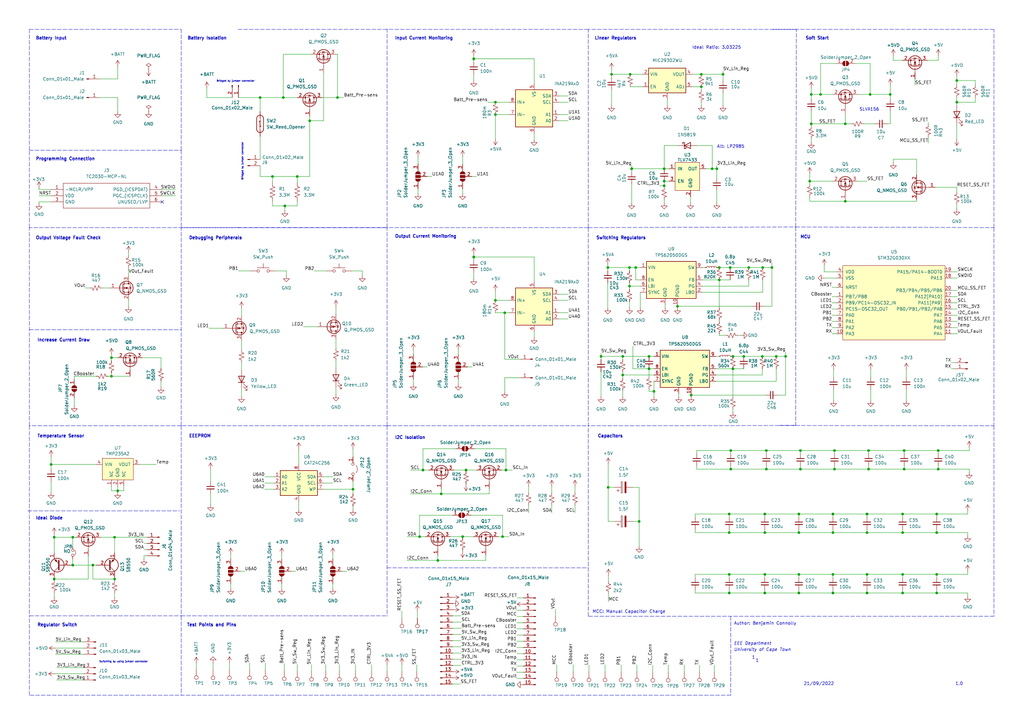
<source format=kicad_sch>
(kicad_sch (version 20211123) (generator eeschema)
  (paper "A3")
  (junction (at 327.66 243.205))
  (junction (at 189.738 220.091))
  (junction (at 370.205 218.44))
  (junction (at 327.66 218.44))
  (junction (at 194.31 105.41) (diameter 1))
  (junction (at 384.175 235.585))
  (junction (at 287.655 35.56))
  (junction (at 191.135 192.786))
  (junction (at 332.74 38.735))
  (junction (at 327.66 210.82))
  (junction (at 341.63 218.44))
  (junction (at 312.801 109.728))
  (junction (at 249.428 199.898))
  (junction (at 111.76 72.39))
  (junction (at 266.192 146.177))
  (junction (at 116.205 40.005))
  (junction (at 392.43 33.02))
  (junction (at 299.085 218.44))
  (junction (at 299.085 210.82))
  (junction (at 206.121 220.091))
  (junction (at 313.69 218.44))
  (junction (at 370.205 243.205))
  (junction (at 341.63 210.82))
  (junction (at 255.397 153.797))
  (junction (at 370.84 184.785))
  (junction (at 277.876 125.603))
  (junction (at 207.01 128.27))
  (junction (at 259.08 69.215) (diameter 1))
  (junction (at 332.105 74.295))
  (junction (at 314.325 184.785))
  (junction (at 258.445 30.48))
  (junction (at 22.225 220.345))
  (junction (at 29.845 231.775))
  (junction (at 258.191 117.348))
  (junction (at 355.6 235.585))
  (junction (at 138.43 40.005))
  (junction (at 342.265 184.785))
  (junction (at 341.63 243.205))
  (junction (at 246.507 146.177))
  (junction (at 384.81 192.405))
  (junction (at 313.69 235.585))
  (junction (at 258.191 109.728))
  (junction (at 173.482 192.786))
  (junction (at 262.128 213.868))
  (junction (at 45.72 146.685))
  (junction (at 328.295 192.405))
  (junction (at 144.78 200.66))
  (junction (at 307.086 109.728))
  (junction (at 312.674 146.177))
  (junction (at 45.72 154.305))
  (junction (at 384.175 210.82))
  (junction (at 355.6 210.82))
  (junction (at 121.92 72.39))
  (junction (at 355.6 218.44))
  (junction (at 318.389 146.177))
  (junction (at 46.99 220.345))
  (junction (at 332.74 50.8))
  (junction (at 322.199 146.177))
  (junction (at 194.31 24.13) (diameter 1))
  (junction (at 116.84 84.455))
  (junction (at 180.975 202.565))
  (junction (at 392.43 41.91))
  (junction (at 172.085 220.091))
  (junction (at 203.2 123.19))
  (junction (at 260.731 109.728))
  (junction (at 356.235 184.785))
  (junction (at 249.301 109.728))
  (junction (at 250.825 30.48))
  (junction (at 300.609 146.177))
  (junction (at 300.609 151.257))
  (junction (at 341.63 235.585))
  (junction (at 266.192 151.257))
  (junction (at 356.87 38.735))
  (junction (at 342.265 192.405))
  (junction (at 365.125 38.735))
  (junction (at 316.611 109.728))
  (junction (at 296.545 30.48))
  (junction (at 355.6 243.205))
  (junction (at 106.68 40.005))
  (junction (at 384.175 218.44))
  (junction (at 314.325 192.405))
  (junction (at 313.69 243.205))
  (junction (at 384.175 243.205))
  (junction (at 272.415 76.2))
  (junction (at 299.72 192.405))
  (junction (at 294.005 69.215))
  (junction (at 22.225 237.49))
  (junction (at 336.55 38.735))
  (junction (at 299.085 243.205))
  (junction (at 370.205 235.585))
  (junction (at 268.224 160.528))
  (junction (at 295.021 109.728))
  (junction (at 295.021 114.808))
  (junction (at 38.1 231.775))
  (junction (at 272.415 69.215))
  (junction (at 299.466 109.728))
  (junction (at 346.71 82.55))
  (junction (at 327.66 235.585))
  (junction (at 305.054 146.177))
  (junction (at 370.205 210.82))
  (junction (at 203.2 46.99))
  (junction (at 179.578 229.87))
  (junction (at 356.235 192.405))
  (junction (at 299.085 235.585))
  (junction (at 272.415 74.295))
  (junction (at 287.655 30.48))
  (junction (at 20.955 190.5))
  (junction (at 203.2 41.91))
  (junction (at 46.99 237.49))
  (junction (at 370.84 192.405))
  (junction (at 207.518 192.786))
  (junction (at 29.845 220.345))
  (junction (at 384.81 184.785))
  (junction (at 255.397 146.177))
  (junction (at 299.72 184.785))
  (junction (at 48.26 201.295))
  (junction (at 346.71 50.8))
  (junction (at 283.464 162.052))
  (junction (at 328.295 184.785))
  (junction (at 127 49.53))
  (junction (at 292.1 69.215))
  (junction (at 313.69 210.82))
  (no_connect (at 66.548 82.804))
  (wire (pts (xy 328.295 184.785) (xy 314.325 184.785)))
  (wire (pts (xy 336.55 26.035) (xy 336.55 38.735)))
  (polyline (pts (xy 326.644 12.065) (xy 241.3 12.065)))
  (polyline (pts (xy 241.3 93.345) (xy 241.3 12.065)))
  (wire (pts (xy 299.085 235.585) (xy 285.115 235.585)))
  (wire (pts (xy 328.295 192.405) (xy 342.265 192.405)))
  (polyline (pts (xy 241.3 93.345) (xy 158.75 93.345)))
  (wire (pts (xy 219.075 105.41) (xy 194.31 105.41)))
  (wire (pts (xy 258.191 123.698) (xy 258.191 126.238)))
  (wire (pts (xy 180.975 202.565) (xy 200.66 202.565)))
  (wire (pts (xy 285.115 218.44) (xy 299.085 218.44)))
  (wire (pts (xy 22.225 236.855) (xy 22.225 237.49)))
  (wire (pts (xy 108.839 271.907) (xy 108.839 274.701)))
  (wire (pts (xy 203.2 123.19) (xy 208.915 123.19)))
  (polyline (pts (xy 12.065 174.625) (xy 12.065 252.73)))
  (wire (pts (xy 45.72 146.685) (xy 45.72 147.955)))
  (wire (pts (xy 390.144 136.906) (xy 392.684 136.906)))
  (wire (pts (xy 136.525 227.33) (xy 136.525 229.235)))
  (wire (pts (xy 108.585 200.66) (xy 112.395 200.66)))
  (wire (pts (xy 370.205 241.935) (xy 370.205 243.205)))
  (wire (pts (xy 272.415 74.295) (xy 274.32 74.295)))
  (wire (pts (xy 346.71 46.355) (xy 346.71 50.8)))
  (wire (pts (xy 169.545 143.51) (xy 169.545 145.415)))
  (wire (pts (xy 327.66 235.585) (xy 313.69 235.585)))
  (wire (pts (xy 144.78 200.66) (xy 144.78 202.565)))
  (wire (pts (xy 365.125 38.735) (xy 356.87 38.735)))
  (wire (pts (xy 121.92 272.415) (xy 121.92 275.209)))
  (wire (pts (xy 211.963 252.857) (xy 214.63 252.857)))
  (wire (pts (xy 116.84 84.455) (xy 121.92 84.455)))
  (wire (pts (xy 132.08 40.005) (xy 138.43 40.005)))
  (wire (pts (xy 127 47.625) (xy 127 49.53)))
  (wire (pts (xy 227.838 249.809) (xy 227.838 252.73)))
  (polyline (pts (xy 407.67 174.625) (xy 407.67 252.73)))
  (wire (pts (xy 396.875 209.55) (xy 396.875 210.82)))
  (wire (pts (xy 293.624 156.337) (xy 318.389 156.337)))
  (wire (pts (xy 261.239 272.669) (xy 261.239 275.59)))
  (wire (pts (xy 189.738 220.599) (xy 189.738 220.091)))
  (wire (pts (xy 314.325 184.785) (xy 299.72 184.785)))
  (wire (pts (xy 229.235 39.37) (xy 233.045 39.37)))
  (wire (pts (xy 216.789 207.137) (xy 216.789 210.312)))
  (wire (pts (xy 272.415 74.295) (xy 272.415 76.2)))
  (wire (pts (xy 356.235 191.135) (xy 356.235 192.405)))
  (wire (pts (xy 98.425 234.315) (xy 100.33 234.315)))
  (wire (pts (xy 299.466 109.728) (xy 307.086 109.728)))
  (wire (pts (xy 189.738 225.679) (xy 189.738 226.06)))
  (wire (pts (xy 283.464 161.417) (xy 283.464 162.052)))
  (wire (pts (xy 262.636 114.808) (xy 260.731 114.808)))
  (wire (pts (xy 235.077 272.542) (xy 235.077 275.463)))
  (wire (pts (xy 254.762 272.796) (xy 254.762 275.59)))
  (wire (pts (xy 22.733 265.811) (xy 34.29 265.811)))
  (wire (pts (xy 140.335 234.315) (xy 142.24 234.315)))
  (wire (pts (xy 370.84 191.135) (xy 370.84 192.405)))
  (wire (pts (xy 235.839 199.517) (xy 235.839 202.057)))
  (wire (pts (xy 375.285 32.385) (xy 375.285 34.925)))
  (wire (pts (xy 171.45 64.262) (xy 171.45 67.31)))
  (wire (pts (xy 255.397 160.147) (xy 255.397 162.687)))
  (wire (pts (xy 106.68 40.005) (xy 106.68 45.72)))
  (wire (pts (xy 293.624 146.177) (xy 294.894 146.177)))
  (wire (pts (xy 30.48 154.305) (xy 30.48 155.575)))
  (wire (pts (xy 255.397 153.797) (xy 255.397 155.067)))
  (wire (pts (xy 175.26 72.39) (xy 177.165 72.39)))
  (wire (pts (xy 164.846 250.571) (xy 164.846 253.492)))
  (wire (pts (xy 319.024 162.052) (xy 322.199 162.052)))
  (wire (pts (xy 173.355 150.495) (xy 175.26 150.495)))
  (wire (pts (xy 46.99 243.205) (xy 46.99 245.11)))
  (wire (pts (xy 211.963 278.257) (xy 214.63 278.257)))
  (wire (pts (xy 384.175 210.82) (xy 384.175 212.09)))
  (wire (pts (xy 351.79 74.295) (xy 355.6 74.295)))
  (wire (pts (xy 171.45 77.47) (xy 171.45 79.375)))
  (wire (pts (xy 127 49.53) (xy 132.715 49.53)))
  (wire (pts (xy 29.845 220.345) (xy 29.845 224.155)))
  (wire (pts (xy 332.74 50.8) (xy 332.74 51.816)))
  (wire (pts (xy 327.66 241.935) (xy 327.66 243.205)))
  (wire (pts (xy 127 49.53) (xy 127 72.39)))
  (wire (pts (xy 396.875 234.315) (xy 396.875 235.585)))
  (wire (pts (xy 259.588 151.257) (xy 266.192 151.257)))
  (wire (pts (xy 23.241 278.892) (xy 34.163 278.892)))
  (wire (pts (xy 171.196 250.698) (xy 171.196 253.492)))
  (wire (pts (xy 99.06 148.59) (xy 99.06 151.765)))
  (wire (pts (xy 191.135 198.374) (xy 191.135 198.755)))
  (wire (pts (xy 45.72 201.295) (xy 48.26 201.295)))
  (polyline (pts (xy 74.295 252.603) (xy 158.75 252.603)))
  (wire (pts (xy 45.72 145.415) (xy 45.72 146.685)))
  (wire (pts (xy 307.086 117.348) (xy 307.086 114.808)))
  (wire (pts (xy 211.963 257.937) (xy 214.63 257.937)))
  (wire (pts (xy 341.63 243.205) (xy 355.6 243.205)))
  (wire (pts (xy 299.72 184.785) (xy 299.72 186.055)))
  (wire (pts (xy 390.144 114.046) (xy 392.684 114.046)))
  (wire (pts (xy 390.144 126.746) (xy 392.684 126.746)))
  (wire (pts (xy 229.235 120.65) (xy 233.045 120.65)))
  (wire (pts (xy 332.105 74.295) (xy 341.63 74.295)))
  (wire (pts (xy 44.45 154.305) (xy 45.72 154.305)))
  (wire (pts (xy 295.021 137.541) (xy 297.561 137.541)))
  (wire (pts (xy 396.875 243.205) (xy 396.875 244.475)))
  (wire (pts (xy 249.428 213.868) (xy 251.968 213.868)))
  (wire (pts (xy 84.836 40.005) (xy 95.25 40.005)))
  (wire (pts (xy 16.002 77.089) (xy 16.002 77.724)))
  (wire (pts (xy 390.144 148.717) (xy 391.795 148.717)))
  (wire (pts (xy 357.124 151.511) (xy 357.124 154.686)))
  (wire (pts (xy 267.716 272.923) (xy 267.716 275.717)))
  (wire (pts (xy 327.66 243.205) (xy 341.63 243.205)))
  (wire (pts (xy 50.8 199.39) (xy 50.8 201.295)))
  (wire (pts (xy 371.729 159.766) (xy 371.729 164.211)))
  (wire (pts (xy 80.518 272.034) (xy 80.518 274.574)))
  (wire (pts (xy 354.33 50.8) (xy 358.775 50.8)))
  (wire (pts (xy 249.301 109.728) (xy 258.191 109.728)))
  (wire (pts (xy 294.386 109.728) (xy 295.021 109.728)))
  (wire (pts (xy 48.26 201.295) (xy 48.26 201.93)))
  (wire (pts (xy 285.75 192.405) (xy 299.72 192.405)))
  (wire (pts (xy 278.384 161.417) (xy 278.384 162.687)))
  (wire (pts (xy 266.192 159.512) (xy 266.192 160.528)))
  (wire (pts (xy 40.64 32.385) (xy 48.26 32.385)))
  (wire (pts (xy 94.107 271.907) (xy 94.107 274.701)))
  (wire (pts (xy 283.464 162.052) (xy 313.944 162.052)))
  (wire (pts (xy 384.175 218.44) (xy 396.875 218.44)))
  (wire (pts (xy 355.6 235.585) (xy 355.6 236.855)))
  (wire (pts (xy 392.43 41.91) (xy 392.43 43.18)))
  (wire (pts (xy 327.66 210.82) (xy 327.66 212.09)))
  (wire (pts (xy 285.115 210.82) (xy 285.115 212.09)))
  (wire (pts (xy 184.658 220.091) (xy 189.738 220.091)))
  (wire (pts (xy 34.925 118.11) (xy 36.83 118.11)))
  (wire (pts (xy 94.615 239.395) (xy 94.615 241.3)))
  (wire (pts (xy 312.801 109.728) (xy 316.611 109.728)))
  (polyline (pts (xy 12.065 61.595) (xy 74.295 61.595)))
  (wire (pts (xy 228.346 272.669) (xy 228.346 275.463)))
  (wire (pts (xy 272.415 76.2) (xy 272.415 76.835)))
  (wire (pts (xy 259.588 141.986) (xy 259.588 151.257)))
  (wire (pts (xy 246.507 144.907) (xy 246.507 146.177)))
  (wire (pts (xy 313.69 241.935) (xy 313.69 243.205)))
  (wire (pts (xy 392.43 83.82) (xy 392.43 85.725)))
  (wire (pts (xy 299.085 241.935) (xy 299.085 243.205)))
  (wire (pts (xy 370.205 210.82) (xy 370.205 212.09)))
  (polyline (pts (xy 158.75 174.625) (xy 241.3 174.625)))
  (wire (pts (xy 296.545 30.48) (xy 287.655 30.48)))
  (wire (pts (xy 52.705 109.855) (xy 52.705 113.03)))
  (wire (pts (xy 191.77 150.495) (xy 193.675 150.495)))
  (wire (pts (xy 180.975 200.406) (xy 180.975 202.565)))
  (wire (pts (xy 132.715 198.12) (xy 136.525 198.12)))
  (wire (pts (xy 370.205 24.765) (xy 366.395 24.765)))
  (wire (pts (xy 380.746 56.134) (xy 380.746 58.6232)))
  (wire (pts (xy 285.115 243.205) (xy 299.085 243.205)))
  (polyline (pts (xy 158.75 232.918) (xy 241.3 232.918)))
  (wire (pts (xy 397.51 192.405) (xy 397.51 193.675)))
  (wire (pts (xy 285.115 241.935) (xy 285.115 243.205)))
  (wire (pts (xy 200.66 200.406) (xy 200.66 202.565)))
  (wire (pts (xy 332.74 40.64) (xy 332.74 38.735)))
  (wire (pts (xy 390.144 111.506) (xy 392.684 111.506)))
  (wire (pts (xy 313.69 210.82) (xy 313.69 212.09)))
  (wire (pts (xy 57.15 190.5) (xy 64.135 190.5)))
  (polyline (pts (xy 241.3 12.065) (xy 158.75 12.065)))
  (polyline (pts (xy 74.295 174.625) (xy 74.295 252.73)))
  (wire (pts (xy 179.578 227.711) (xy 179.578 229.87)))
  (wire (pts (xy 258.191 109.728) (xy 260.731 109.728)))
  (wire (pts (xy 366.395 22.86) (xy 366.395 24.765)))
  (wire (pts (xy 235.839 207.137) (xy 235.839 210.312)))
  (wire (pts (xy 288.036 109.728) (xy 289.306 109.728)))
  (wire (pts (xy 400.05 33.02) (xy 392.43 33.02)))
  (wire (pts (xy 189.23 257.683) (xy 185.674 257.683)))
  (wire (pts (xy 116.205 22.225) (xy 127.635 22.225)))
  (wire (pts (xy 294.005 69.215) (xy 294.005 73.025)))
  (wire (pts (xy 116.205 40.005) (xy 121.92 40.005)))
  (wire (pts (xy 370.205 235.585) (xy 355.6 235.585)))
  (wire (pts (xy 179.578 229.87) (xy 199.263 229.87)))
  (wire (pts (xy 314.325 191.135) (xy 314.325 192.405)))
  (wire (pts (xy 186.944 184.023) (xy 173.482 184.023)))
  (polyline (pts (xy 326.39 93.091) (xy 407.67 93.345)))
  (wire (pts (xy 194.31 104.14) (xy 194.31 105.41)))
  (wire (pts (xy 205.74 192.786) (xy 207.518 192.786)))
  (wire (pts (xy 132.715 29.845) (xy 132.715 49.53)))
  (wire (pts (xy 313.69 235.585) (xy 299.085 235.585)))
  (wire (pts (xy 46.99 220.345) (xy 60.325 220.345)))
  (wire (pts (xy 116.586 272.161) (xy 116.586 275.082)))
  (wire (pts (xy 262.636 119.888) (xy 262.636 126.238)))
  (wire (pts (xy 341.63 210.82) (xy 327.66 210.82)))
  (wire (pts (xy 121.92 82.55) (xy 121.92 84.455)))
  (wire (pts (xy 250.825 30.48) (xy 250.825 31.75)))
  (wire (pts (xy 371.729 151.511) (xy 371.729 154.686)))
  (wire (pts (xy 350.647 26.035) (xy 356.87 26.035)))
  (wire (pts (xy 52.705 123.19) (xy 52.705 125.73)))
  (wire (pts (xy 346.71 82.55) (xy 375.92 82.55)))
  (wire (pts (xy 292.1 59.69) (xy 292.1 69.215)))
  (wire (pts (xy 211.963 250.317) (xy 214.63 250.317)))
  (wire (pts (xy 286.893 272.796) (xy 286.893 275.59)))
  (wire (pts (xy 137.795 22.225) (xy 138.43 22.225)))
  (wire (pts (xy 36.195 237.49) (xy 22.225 237.49)))
  (polyline (pts (xy 158.75 93.345) (xy 97.155 93.345)))
  (wire (pts (xy 288.036 117.348) (xy 307.086 117.348)))
  (wire (pts (xy 370.205 217.17) (xy 370.205 218.44)))
  (wire (pts (xy 299.72 192.405) (xy 314.325 192.405)))
  (wire (pts (xy 259.08 75.565) (xy 259.08 83.185)))
  (wire (pts (xy 312.801 114.808) (xy 312.801 119.888)))
  (wire (pts (xy 272.415 81.915) (xy 272.415 83.185)))
  (wire (pts (xy 119.38 234.315) (xy 121.285 234.315)))
  (wire (pts (xy 313.69 218.44) (xy 327.66 218.44)))
  (wire (pts (xy 299.085 243.205) (xy 313.69 243.205)))
  (wire (pts (xy 318.389 146.177) (xy 322.199 146.177)))
  (wire (pts (xy 213.36 154.94) (xy 207.01 154.94)))
  (wire (pts (xy 121.92 72.39) (xy 127 72.39)))
  (wire (pts (xy 16.002 80.264) (xy 20.828 80.264)))
  (wire (pts (xy 189.103 252.603) (xy 185.674 252.603)))
  (wire (pts (xy 332.74 45.72) (xy 332.74 50.8)))
  (wire (pts (xy 193.167 211.328) (xy 206.121 211.328)))
  (wire (pts (xy 108.585 195.58) (xy 112.395 195.58)))
  (wire (pts (xy 341.884 159.766) (xy 341.884 164.211)))
  (wire (pts (xy 262.636 117.348) (xy 258.191 117.348)))
  (wire (pts (xy 136.525 239.395) (xy 136.525 241.3)))
  (wire (pts (xy 258.191 117.348) (xy 258.191 118.618)))
  (wire (pts (xy 99.06 139.7) (xy 99.06 143.51)))
  (wire (pts (xy 46.99 237.49) (xy 46.99 238.125)))
  (wire (pts (xy 272.415 69.215) (xy 272.415 59.69)))
  (polyline (pts (xy 74.295 174.625) (xy 12.065 174.625)))
  (wire (pts (xy 292.1 69.215) (xy 289.56 69.215)))
  (wire (pts (xy 363.855 50.8) (xy 365.125 50.8)))
  (polyline (pts (xy 407.67 93.345) (xy 407.67 174.625)))
  (wire (pts (xy 189.738 220.091) (xy 194.183 220.091)))
  (wire (pts (xy 266.192 160.528) (xy 268.224 160.528)))
  (wire (pts (xy 300.609 146.177) (xy 305.054 146.177)))
  (wire (pts (xy 332.74 36.195) (xy 332.74 38.735)))
  (wire (pts (xy 59.055 225.425) (xy 60.325 225.425)))
  (wire (pts (xy 66.548 80.264) (xy 72.009 80.264)))
  (wire (pts (xy 258.191 117.348) (xy 258.191 116.078)))
  (wire (pts (xy 164.846 272.542) (xy 164.846 275.336)))
  (wire (pts (xy 258.445 35.56) (xy 263.525 35.56)))
  (wire (pts (xy 313.69 210.82) (xy 299.085 210.82)))
  (wire (pts (xy 292.1 69.215) (xy 294.005 69.215)))
  (wire (pts (xy 122.555 205.74) (xy 122.555 208.915)))
  (wire (pts (xy 194.31 30.48) (xy 194.31 33.02)))
  (wire (pts (xy 375.92 65.278) (xy 366.395 65.278)))
  (polyline (pts (xy 12.065 285.115) (xy 12.065 252.73)))
  (wire (pts (xy 250.825 36.83) (xy 250.825 43.18)))
  (wire (pts (xy 124.46 133.985) (xy 130.175 133.985)))
  (wire (pts (xy 229.235 49.53) (xy 233.045 49.53)))
  (wire (pts (xy 327.66 218.44) (xy 341.63 218.44)))
  (wire (pts (xy 249.301 108.458) (xy 249.301 109.728)))
  (wire (pts (xy 189.103 265.303) (xy 185.674 265.303)))
  (wire (pts (xy 273.685 40.64) (xy 273.685 43.18)))
  (wire (pts (xy 274.32 69.215) (xy 272.415 69.215)))
  (polyline (pts (xy 97.79 93.345) (xy 12.065 93.345)))
  (wire (pts (xy 299.085 235.585) (xy 299.085 236.855)))
  (wire (pts (xy 39.37 154.305) (xy 30.48 154.305)))
  (wire (pts (xy 194.31 24.13) (xy 194.31 25.4)))
  (polyline (pts (xy 74.295 93.345) (xy 158.75 93.345)))
  (wire (pts (xy 262.128 199.898) (xy 262.128 213.868)))
  (wire (pts (xy 249.555 243.459) (xy 249.555 246.761)))
  (wire (pts (xy 285.115 235.585) (xy 285.115 236.855)))
  (wire (pts (xy 193.548 72.39) (xy 195.453 72.39)))
  (wire (pts (xy 45.72 154.305) (xy 53.34 154.305)))
  (wire (pts (xy 170.942 272.669) (xy 170.942 275.463)))
  (wire (pts (xy 343.154 111.506) (xy 338.074 111.506)))
  (wire (pts (xy 259.588 213.868) (xy 262.128 213.868)))
  (wire (pts (xy 299.085 210.82) (xy 285.115 210.82)))
  (wire (pts (xy 41.91 118.11) (xy 45.085 118.11)))
  (polyline (pts (xy 158.75 174.625) (xy 74.295 174.625)))
  (wire (pts (xy 400.05 41.91) (xy 392.43 41.91)))
  (wire (pts (xy 38.1 231.775) (xy 38.1 237.49)))
  (polyline (pts (xy 12.065 61.595) (xy 12.065 12.065)))
  (wire (pts (xy 133.604 272.542) (xy 133.604 275.336)))
  (polyline (pts (xy 74.295 61.595) (xy 74.295 12.065)))
  (polyline (pts (xy 326.39 174.498) (xy 241.3 174.625)))
  (wire (pts (xy 277.876 124.968) (xy 277.876 125.603)))
  (wire (pts (xy 332.74 56.896) (xy 332.74 58.293)))
  (wire (pts (xy 207.01 128.27) (xy 207.01 147.32)))
  (wire (pts (xy 356.235 192.405) (xy 370.84 192.405)))
  (wire (pts (xy 307.086 109.728) (xy 312.801 109.728)))
  (wire (pts (xy 106.68 40.005) (xy 116.205 40.005)))
  (wire (pts (xy 219.075 34.29) (xy 219.075 24.13)))
  (wire (pts (xy 138.43 40.005) (xy 140.97 40.005)))
  (wire (pts (xy 295.021 109.728) (xy 299.466 109.728)))
  (wire (pts (xy 29.845 220.345) (xy 31.115 220.345)))
  (wire (pts (xy 189.738 77.47) (xy 189.738 79.375)))
  (wire (pts (xy 191.135 192.786) (xy 195.58 192.786)))
  (wire (pts (xy 87.376 271.907) (xy 87.376 274.701)))
  (wire (pts (xy 400.05 34.925) (xy 400.05 33.02)))
  (wire (pts (xy 206.121 220.091) (xy 208.788 220.091)))
  (wire (pts (xy 258.445 30.48) (xy 250.825 30.48)))
  (wire (pts (xy 23.241 273.812) (xy 34.163 273.812)))
  (polyline (pts (xy 326.39 93.091) (xy 326.39 174.498)))
  (wire (pts (xy 194.31 105.41) (xy 194.31 106.68)))
  (wire (pts (xy 41.275 220.345) (xy 46.99 220.345)))
  (wire (pts (xy 187.96 143.51) (xy 187.96 145.415)))
  (wire (pts (xy 229.235 130.81) (xy 233.045 130.81)))
  (wire (pts (xy 366.395 65.278) (xy 366.395 66.675)))
  (wire (pts (xy 259.588 199.898) (xy 262.128 199.898)))
  (polyline (pts (xy 299.72 285.115) (xy 12.065 285.115)))
  (wire (pts (xy 341.63 241.935) (xy 341.63 243.205)))
  (wire (pts (xy 260.731 109.728) (xy 262.636 109.728)))
  (wire (pts (xy 139.192 272.542) (xy 139.192 275.336)))
  (wire (pts (xy 211.963 265.557) (xy 214.63 265.557)))
  (wire (pts (xy 22.225 243.205) (xy 22.225 245.11)))
  (wire (pts (xy 384.81 184.785) (xy 370.84 184.785)))
  (wire (pts (xy 45.72 199.39) (xy 45.72 201.295)))
  (wire (pts (xy 255.397 153.797) (xy 268.224 153.797)))
  (wire (pts (xy 189.103 267.843) (xy 185.674 267.843)))
  (wire (pts (xy 338.074 108.966) (xy 338.074 111.506)))
  (wire (pts (xy 287.655 41.91) (xy 287.655 43.18)))
  (wire (pts (xy 219.075 54.61) (xy 219.075 57.15)))
  (wire (pts (xy 384.175 235.585) (xy 370.205 235.585)))
  (wire (pts (xy 226.314 207.137) (xy 226.314 210.312)))
  (wire (pts (xy 355.6 218.44) (xy 370.205 218.44)))
  (wire (pts (xy 211.963 273.177) (xy 214.63 273.177)))
  (wire (pts (xy 390.144 119.126) (xy 392.684 119.126)))
  (wire (pts (xy 216.789 199.517) (xy 216.789 202.057)))
  (wire (pts (xy 66.548 77.724) (xy 72.009 77.724)))
  (wire (pts (xy 365.125 40.64) (xy 365.125 38.735)))
  (wire (pts (xy 185.547 211.328) (xy 172.085 211.328)))
  (wire (pts (xy 207.01 128.27) (xy 208.915 128.27)))
  (wire (pts (xy 249.428 190.373) (xy 249.428 199.898)))
  (wire (pts (xy 341.63 217.17) (xy 341.63 218.44)))
  (wire (pts (xy 204.343 220.091) (xy 206.121 220.091)))
  (wire (pts (xy 375.92 71.755) (xy 375.92 65.278)))
  (wire (pts (xy 332.105 71.247) (xy 332.105 74.295)))
  (wire (pts (xy 249.301 109.728) (xy 249.301 110.998)))
  (wire (pts (xy 207.518 192.786) (xy 210.185 192.786)))
  (wire (pts (xy 392.43 50.8) (xy 392.43 57.15)))
  (wire (pts (xy 106.68 72.39) (xy 106.68 67.945)))
  (wire (pts (xy 144.78 197.485) (xy 144.78 200.66)))
  (wire (pts (xy 48.26 32.385) (xy 48.26 27.305)))
  (polyline (pts (xy 11.43 209.55) (xy 73.66 209.55)))
  (wire (pts (xy 322.199 146.177) (xy 322.199 162.052)))
  (wire (pts (xy 370.205 235.585) (xy 370.205 236.855)))
  (polyline (pts (xy 74.295 174.625) (xy 74.295 93.345)))
  (wire (pts (xy 249.428 199.898) (xy 251.968 199.898)))
  (wire (pts (xy 314.325 192.405) (xy 328.295 192.405)))
  (wire (pts (xy 296.545 29.21) (xy 296.545 30.48)))
  (wire (pts (xy 206.121 211.328) (xy 206.121 220.091)))
  (wire (pts (xy 299.085 210.82) (xy 299.085 212.09)))
  (wire (pts (xy 341.884 151.511) (xy 341.884 154.686)))
  (wire (pts (xy 384.175 241.935) (xy 384.175 243.205)))
  (wire (pts (xy 336.55 26.035) (xy 343.027 26.035)))
  (polyline (pts (xy 158.75 174.625) (xy 158.75 93.345)))
  (wire (pts (xy 203.2 41.91) (xy 208.915 41.91)))
  (wire (pts (xy 316.611 107.823) (xy 316.611 109.728)))
  (wire (pts (xy 152.4 272.542) (xy 152.4 275.336)))
  (wire (pts (xy 66.04 156.21) (xy 66.04 158.75)))
  (wire (pts (xy 200.025 41.91) (xy 203.2 41.91)))
  (wire (pts (xy 277.876 125.603) (xy 277.876 126.238)))
  (wire (pts (xy 172.085 211.328) (xy 172.085 220.091)))
  (wire (pts (xy 144.78 184.15) (xy 144.78 187.325)))
  (wire (pts (xy 392.43 76.835) (xy 392.43 78.74)))
  (wire (pts (xy 305.054 146.177) (xy 312.674 146.177)))
  (wire (pts (xy 203.2 119.38) (xy 203.2 123.19)))
  (wire (pts (xy 145.796 272.542) (xy 145.796 275.336)))
  (wire (pts (xy 66.04 146.685) (xy 58.42 146.685)))
  (wire (pts (xy 293.624 151.257) (xy 300.609 151.257)))
  (wire (pts (xy 241.554 272.796) (xy 241.554 275.59)))
  (wire (pts (xy 285.115 217.17) (xy 285.115 218.44)))
  (wire (pts (xy 246.507 152.527) (xy 246.507 162.687)))
  (wire (pts (xy 355.6 210.82) (xy 355.6 212.09)))
  (wire (pts (xy 341.63 218.44) (xy 355.6 218.44)))
  (wire (pts (xy 392.43 33.02) (xy 392.43 34.925)))
  (wire (pts (xy 295.021 114.808) (xy 299.466 114.808)))
  (wire (pts (xy 194.564 184.023) (xy 207.518 184.023)))
  (wire (pts (xy 355.6 217.17) (xy 355.6 218.44)))
  (wire (pts (xy 207.01 154.94) (xy 207.01 160.655)))
  (wire (pts (xy 22.225 237.49) (xy 22.225 238.125)))
  (wire (pts (xy 322.199 144.272) (xy 322.199 146.177)))
  (wire (pts (xy 390.144 134.366) (xy 392.684 134.366)))
  (wire (pts (xy 194.31 111.76) (xy 194.31 114.3)))
  (wire (pts (xy 332.105 80.645) (xy 332.105 82.55)))
  (wire (pts (xy 313.69 217.17) (xy 313.69 218.44)))
  (wire (pts (xy 294.005 67.945) (xy 294.005 69.215)))
  (wire (pts (xy 384.175 243.205) (xy 396.875 243.205)))
  (wire (pts (xy 355.6 243.205) (xy 370.205 243.205)))
  (wire (pts (xy 283.845 30.48) (xy 287.655 30.48)))
  (wire (pts (xy 384.175 235.585) (xy 396.875 235.585)))
  (wire (pts (xy 38.1 237.49) (xy 46.99 237.49)))
  (wire (pts (xy 342.265 184.785) (xy 342.265 186.055)))
  (wire (pts (xy 316.611 109.728) (xy 316.611 125.603)))
  (wire (pts (xy 355.6 241.935) (xy 355.6 243.205)))
  (wire (pts (xy 20.955 190.5) (xy 39.37 190.5)))
  (wire (pts (xy 249.301 116.078) (xy 249.301 126.238)))
  (wire (pts (xy 113.03 111.125) (xy 117.475 111.125)))
  (polyline (pts (xy 407.67 252.73) (xy 241.3 252.73)))
  (wire (pts (xy 384.175 210.82) (xy 370.205 210.82)))
  (wire (pts (xy 211.963 255.397) (xy 214.63 255.397)))
  (wire (pts (xy 16.002 82.804) (xy 16.002 83.439)))
  (wire (pts (xy 22.733 268.351) (xy 34.29 268.351)))
  (wire (pts (xy 300.609 167.767) (xy 300.609 169.037)))
  (wire (pts (xy 132.715 200.66) (xy 144.78 200.66)))
  (wire (pts (xy 390.144 129.286) (xy 392.684 129.286)))
  (wire (pts (xy 332.105 74.295) (xy 332.105 75.565)))
  (wire (pts (xy 384.81 191.135) (xy 384.81 192.405)))
  (polyline (pts (xy 12.065 12.065) (xy 74.295 12.065)))
  (wire (pts (xy 332.74 50.8) (xy 346.71 50.8)))
  (wire (pts (xy 288.036 114.808) (xy 295.021 114.808)))
  (wire (pts (xy 22.225 219.075) (xy 22.225 220.345)))
  (wire (pts (xy 357.124 159.766) (xy 357.124 164.211)))
  (wire (pts (xy 295.021 136.906) (xy 295.021 137.541)))
  (wire (pts (xy 211.963 275.717) (xy 214.63 275.717)))
  (wire (pts (xy 341.63 235.585) (xy 327.66 235.585)))
  (wire (pts (xy 342.265 192.405) (xy 356.235 192.405)))
  (wire (pts (xy 396.875 218.44) (xy 396.875 219.71)))
  (wire (pts (xy 249.555 235.966) (xy 249.555 238.379)))
  (wire (pts (xy 111.76 72.39) (xy 106.68 72.39)))
  (wire (pts (xy 280.67 272.796) (xy 280.67 275.59)))
  (wire (pts (xy 342.265 191.135) (xy 342.265 192.405)))
  (wire (pts (xy 211.963 270.637) (xy 214.63 270.637)))
  (wire (pts (xy 194.31 22.86) (xy 194.31 24.13)))
  (wire (pts (xy 248.158 272.669) (xy 248.158 275.59)))
  (wire (pts (xy 46.99 236.855) (xy 46.99 237.49)))
  (wire (pts (xy 86.36 192.405) (xy 86.36 197.485)))
  (wire (pts (xy 203.2 128.27) (xy 207.01 128.27)))
  (wire (pts (xy 328.295 184.785) (xy 328.295 186.055)))
  (wire (pts (xy 299.72 191.135) (xy 299.72 192.405)))
  (wire (pts (xy 288.036 119.888) (xy 312.801 119.888)))
  (wire (pts (xy 219.075 24.13) (xy 194.31 24.13)))
  (wire (pts (xy 111.76 82.55) (xy 111.76 84.455)))
  (wire (pts (xy 370.205 218.44) (xy 384.175 218.44)))
  (wire (pts (xy 397.51 183.515) (xy 397.51 184.785)))
  (wire (pts (xy 313.69 235.585) (xy 313.69 236.855)))
  (wire (pts (xy 203.2 46.99) (xy 203.2 56.896)))
  (wire (pts (xy 20.955 187.325) (xy 20.955 190.5)))
  (wire (pts (xy 400.05 40.005) (xy 400.05 41.91)))
  (wire (pts (xy 375.92 82.55) (xy 375.92 81.915)))
  (wire (pts (xy 255.397 146.177) (xy 266.192 146.177)))
  (wire (pts (xy 29.845 229.235) (xy 29.845 231.775)))
  (wire (pts (xy 299.974 146.177) (xy 300.609 146.177)))
  (wire (pts (xy 259.08 69.215) (xy 259.08 70.485)))
  (polyline (pts (xy 299.72 252.73) (xy 299.72 285.115)))
  (wire (pts (xy 187.96 155.575) (xy 187.96 157.48)))
  (wire (pts (xy 250.825 28.448) (xy 250.825 30.48)))
  (wire (pts (xy 312.674 153.797) (xy 312.674 151.257)))
  (wire (pts (xy 50.8 201.295) (xy 48.26 201.295)))
  (polyline (pts (xy 316.865 12.065) (xy 407.67 12.065)))
  (wire (pts (xy 380.746 50.165) (xy 380.746 51.054)))
  (polyline (pts (xy 12.065 135.255) (xy 74.295 135.255)))
  (wire (pts (xy 172.085 220.091) (xy 174.498 220.091)))
  (wire (pts (xy 341.249 129.286) (xy 343.154 129.286)))
  (wire (pts (xy 46.99 220.345) (xy 46.99 226.695)))
  (wire (pts (xy 144.78 207.645) (xy 144.78 208.915)))
  (wire (pts (xy 116.84 84.455) (xy 116.84 86.36)))
  (wire (pts (xy 246.507 146.177) (xy 246.507 147.447)))
  (wire (pts (xy 189.103 262.763) (xy 185.674 262.763)))
  (wire (pts (xy 283.21 80.645) (xy 283.21 83.185)))
  (wire (pts (xy 266.192 154.432) (xy 266.192 151.257)))
  (wire (pts (xy 102.362 271.907) (xy 102.362 274.701)))
  (polyline (pts (xy 74.295 252.73) (xy 74.295 285.115)))
  (wire (pts (xy 292.989 272.796) (xy 292.989 275.59)))
  (wire (pts (xy 59.055 222.885) (xy 60.325 222.885)))
  (wire (pts (xy 370.84 192.405) (xy 384.81 192.405)))
  (wire (pts (xy 356.235 184.785) (xy 356.235 186.055)))
  (wire (pts (xy 356.87 26.035) (xy 356.87 38.735)))
  (wire (pts (xy 22.225 220.345) (xy 29.845 220.345)))
  (wire (pts (xy 383.54 76.835) (xy 392.43 76.835)))
  (wire (pts (xy 294.005 78.105) (xy 294.005 83.185)))
  (wire (pts (xy 137.795 158.75) (xy 137.795 161.925)))
  (wire (pts (xy 384.81 22.86) (xy 384.81 24.765)))
  (wire (pts (xy 229.235 123.19) (xy 233.045 123.19)))
  (wire (pts (xy 84.836 36.195) (xy 84.836 40.005)))
  (wire (pts (xy 169.545 155.575) (xy 169.545 157.48)))
  (wire (pts (xy 229.235 46.99) (xy 233.045 46.99)))
  (wire (pts (xy 199.263 227.711) (xy 199.263 229.87)))
  (wire (pts (xy 166.878 229.87) (xy 179.578 229.87)))
  (wire (pts (xy 86.36 202.565) (xy 86.36 207.01)))
  (polyline (pts (xy 74.295 61.595) (xy 74.295 93.345)))
  (wire (pts (xy 296.545 33.02) (xy 296.545 30.48)))
  (wire (pts (xy 97.79 40.005) (xy 106.68 40.005)))
  (wire (pts (xy 287.655 35.56) (xy 287.655 36.83)))
  (wire (pts (xy 270.51 76.2) (xy 272.415 76.2)))
  (polyline (pts (xy 326.39 93.091) (xy 326.644 12.065)))
  (wire (pts (xy 167.005 220.091) (xy 172.085 220.091)))
  (wire (pts (xy 189.103 270.383) (xy 185.674 270.383)))
  (wire (pts (xy 299.72 184.785) (xy 285.75 184.785)))
  (wire (pts (xy 207.01 147.32) (xy 213.36 147.32)))
  (wire (pts (xy 59.055 227.965) (xy 60.325 227.965)))
  (wire (pts (xy 327.66 235.585) (xy 327.66 236.855)))
  (wire (pts (xy 111.76 72.39) (xy 121.92 72.39)))
  (wire (pts (xy 59.055 227.965) (xy 59.055 229.235)))
  (wire (pts (xy 249.428 199.898) (xy 249.428 213.868)))
  (wire (pts (xy 203.2 46.99) (xy 208.915 46.99)))
  (wire (pts (xy 365.125 45.72) (xy 365.125 50.8)))
  (wire (pts (xy 48.26 146.685) (xy 45.72 146.685)))
  (wire (pts (xy 384.81 192.405) (xy 397.51 192.405)))
  (wire (pts (xy 85.725 134.62) (xy 91.44 134.62)))
  (wire (pts (xy 274.066 272.796) (xy 274.066 275.717)))
  (wire (pts (xy 36.195 227.965) (xy 36.195 237.49)))
  (wire (pts (xy 116.205 22.225) (xy 116.205 40.005)))
  (wire (pts (xy 30.48 163.195) (xy 30.48 166.37)))
  (wire (pts (xy 300.609 151.257) (xy 305.054 151.257)))
  (wire (pts (xy 229.235 128.27) (xy 233.045 128.27)))
  (wire (pts (xy 211.963 260.477) (xy 214.63 260.477)))
  (wire (pts (xy 370.84 184.785) (xy 370.84 186.055)))
  (wire (pts (xy 390.144 121.666) (xy 392.684 121.666)))
  (wire (pts (xy 189.23 255.143) (xy 185.674 255.143)))
  (wire (pts (xy 45.72 153.035) (xy 45.72 154.305)))
  (wire (pts (xy 392.43 33.02) (xy 392.43 31.115)))
  (wire (pts (xy 313.436 125.603) (xy 316.611 125.603)))
  (wire (pts (xy 355.6 235.585) (xy 341.63 235.585)))
  (wire (pts (xy 370.205 210.82) (xy 355.6 210.82)))
  (wire (pts (xy 332.74 38.735) (xy 336.55 38.735)))
  (polyline (pts (xy 12.065 174.625) (xy 12.065 93.345)))
  (wire (pts (xy 48.26 40.005) (xy 48.26 45.72)))
  (wire (pts (xy 259.08 67.945) (xy 259.08 69.215)))
  (wire (pts (xy 122.555 184.15) (xy 122.555 190.5)))
  (wire (pts (xy 341.63 210.82) (xy 341.63 212.09)))
  (wire (pts (xy 390.144 151.257) (xy 391.795 151.257)))
  (wire (pts (xy 260.731 114.808) (xy 260.731 109.728)))
  (wire (pts (xy 108.585 198.12) (xy 112.395 198.12)))
  (wire (pts (xy 384.175 235.585) (xy 384.175 236.855)))
  (wire (pts (xy 137.795 147.955) (xy 137.795 151.13)))
  (wire (pts (xy 390.144 124.206) (xy 392.684 124.206)))
  (polyline (pts (xy 158.75 12.065) (xy 97.155 12.065)))
  (wire (pts (xy 191.135 193.294) (xy 191.135 192.786)))
  (wire (pts (xy 390.144 131.826) (xy 392.684 131.826)))
  (wire (pts (xy 255.397 146.177) (xy 255.397 147.447)))
  (wire (pts (xy 212.09 245.237) (xy 214.63 245.237)))
  (wire (pts (xy 168.275 202.565) (xy 180.975 202.565)))
  (wire (pts (xy 137.795 139.065) (xy 137.795 142.875)))
  (wire (pts (xy 189.738 64.262) (xy 189.738 67.31)))
  (wire (pts (xy 22.479 276.352) (xy 34.163 276.352)))
  (wire (pts (xy 189.23 272.923) (xy 185.674 272.923)))
  (wire (pts (xy 341.249 124.206) (xy 343.154 124.206)))
  (wire (pts (xy 262.128 213.868) (xy 262.128 224.028)))
  (wire (pts (xy 327.66 217.17) (xy 327.66 218.44)))
  (wire (pts (xy 268.224 156.337) (xy 268.224 160.528)))
  (wire (pts (xy 20.828 77.724) (xy 16.002 77.724)))
  (wire (pts (xy 158.75 272.542) (xy 158.75 275.336)))
  (wire (pts (xy 258.445 30.48) (xy 263.525 30.48)))
  (wire (pts (xy 186.055 192.786) (xy 191.135 192.786)))
  (wire (pts (xy 173.482 184.023) (xy 173.482 192.786)))
  (wire (pts (xy 189.23 260.223) (xy 185.674 260.223)))
  (wire (pts (xy 300.609 151.257) (xy 300.609 162.687)))
  (wire (pts (xy 128.905 111.125) (xy 133.985 111.125)))
  (wire (pts (xy 299.085 218.44) (xy 313.69 218.44)))
  (wire (pts (xy 29.845 231.775) (xy 38.1 231.775)))
  (wire (pts (xy 168.402 192.786) (xy 173.482 192.786)))
  (wire (pts (xy 188.849 280.543) (xy 185.674 280.543)))
  (wire (pts (xy 266.192 146.177) (xy 268.224 146.177)))
  (wire (pts (xy 285.75 59.69) (xy 292.1 59.69)))
  (wire (pts (xy 380.365 24.765) (xy 384.81 24.765)))
  (wire (pts (xy 106.68 55.88) (xy 106.68 65.405)))
  (wire (pts (xy 16.002 82.804) (xy 20.828 82.804)))
  (wire (pts (xy 207.518 184.023) (xy 207.518 192.786)))
  (wire (pts (xy 246.507 146.177) (xy 255.397 146.177)))
  (wire (pts (xy 219.075 135.89) (xy 219.075 138.43)))
  (wire (pts (xy 48.26 199.39) (xy 48.26 201.295)))
  (polyline (pts (xy 319.532 174.498) (xy 407.67 174.625)))
  (wire (pts (xy 272.415 59.69) (xy 278.13 59.69)))
  (wire (pts (xy 384.81 184.785) (xy 397.51 184.785)))
  (wire (pts (xy 22.225 220.345) (xy 22.225 226.695)))
  (wire (pts (xy 283.845 35.56) (xy 287.655 35.56)))
  (wire (pts (xy 137.795 125.73) (xy 137.795 128.905)))
  (wire (pts (xy 99.06 126.365) (xy 99.06 129.54)))
  (polyline (pts (xy 158.75 174.625) (xy 158.75 252.73)))
  (wire (pts (xy 40.64 40.005) (xy 48.26 40.005)))
  (wire (pts (xy 313.69 243.205) (xy 327.66 243.205)))
  (wire (pts (xy 355.6 210.82) (xy 341.63 210.82)))
  (wire (pts (xy 327.66 210.82) (xy 313.69 210.82)))
  (wire (pts (xy 318.389 151.257) (xy 318.389 156.337)))
  (wire (pts (xy 94.615 227.33) (xy 94.615 229.235)))
  (wire (pts (xy 302.641 137.541) (xy 303.911 137.541)))
  (wire (pts (xy 211.963 263.017) (xy 214.63 263.017)))
  (polyline (pts (xy 241.3 252.73) (xy 241.3 174.625)))
  (wire (pts (xy 295.021 131.318) (xy 295.021 131.826)))
  (wire (pts (xy 268.224 160.528) (xy 268.224 162.687)))
  (wire (pts (xy 115.57 239.395) (xy 115.57 241.3)))
  (wire (pts (xy 99.06 159.385) (xy 99.06 162.56)))
  (wire (pts (xy 341.63 235.585) (xy 341.63 236.855)))
  (polyline (pts (xy 241.3 93.345) (xy 241.3 174.625)))
  (wire (pts (xy 115.57 227.33) (xy 115.57 229.235)))
  (wire (pts (xy 336.55 38.735) (xy 341.63 38.735)))
  (wire (pts (xy 219.075 115.57) (xy 219.075 105.41)))
  (wire (pts (xy 384.175 210.82) (xy 396.875 210.82)))
  (wire (pts (xy 341.249 121.666) (xy 343.154 121.666)))
  (wire (pts (xy 314.325 184.785) (xy 314.325 186.055)))
  (wire (pts (xy 299.085 217.17) (xy 299.085 218.44)))
  (wire (pts (xy 341.249 134.366) (xy 343.154 134.366)))
  (wire (pts (xy 211.963 268.097) (xy 214.63 268.097)))
  (wire (pts (xy 346.71 82.55) (xy 346.71 81.915)))
  (wire (pts (xy 328.295 191.135) (xy 328.295 192.405)))
  (wire (pts (xy 111.76 84.455) (xy 116.84 84.455)))
  (wire (pts (xy 52.705 103.505) (xy 52.705 104.775)))
  (wire (pts (xy 384.175 217.17) (xy 384.175 218.44)))
  (wire (pts (xy 341.249 136.906) (xy 343.154 136.906)))
  (wire (pts (xy 365.125 34.925) (xy 365.125 38.735)))
  (wire (pts (xy 356.235 184.785) (xy 342.265 184.785)))
  (wire (pts (xy 127.762 272.542) (xy 127.762 275.336)))
  (polyline (pts (xy 407.67 93.345) (xy 407.67 12.065)))
  (wire (pts (xy 370.205 243.205) (xy 384.175 243.205)))
  (wire (pts (xy 277.876 125.603) (xy 308.356 125.603)))
  (wire (pts (xy 22.733 263.271) (xy 34.29 263.271)))
  (wire (pts (xy 293.624 153.797) (xy 312.674 153.797)))
  (wire (pts (xy 370.84 184.785) (xy 356.235 184.785)))
  (wire (pts (xy 117.475 113.03) (xy 117.475 111.125)))
  (wire (pts (xy 341.249 126.746) (xy 343.154 126.746)))
  (wire (pts (xy 259.08 69.215) (xy 272.415 69.215)))
  (wire (pts (xy 285.75 191.135) (xy 285.75 192.405)))
  (wire (pts (xy 312.674 146.177) (xy 318.389 146.177)))
  (wire (pts (xy 229.235 41.91) (xy 233.045 41.91)))
  (wire (pts (xy 349.25 50.8) (xy 346.71 50.8)))
  (wire (pts (xy 296.545 38.1) (xy 296.545 43.18)))
  (polyline (pts (xy 12.065 93.345) (xy 12.065 61.595)))
  (wire (pts (xy 226.314 199.517) (xy 226.314 202.057)))
  (wire (pts (xy 342.265 184.785) (xy 328.295 184.785)))
  (wire (pts (xy 38.1 231.775) (xy 39.37 231.775)))
  (wire (pts (xy 332.105 82.55) (xy 346.71 82.55)))
  (wire (pts (xy 111.76 72.39) (xy 111.76 74.93)))
  (wire (pts (xy 283.464 162.052) (xy 283.464 162.687)))
  (wire (pts (xy 255.397 153.797) (xy 255.397 152.527)))
  (polyline (pts (xy 12.065 252.603) (xy 74.295 252.603)))
  (wire (pts (xy 20.955 190.5) (xy 20.955 192.405)))
  (wire (pts (xy 138.43 22.225) (xy 138.43 40.005)))
  (wire (pts (xy 258.191 109.728) (xy 258.191 110.998)))
  (wire (pts (xy 384.81 184.785) (xy 384.81 186.055)))
  (wire (pts (xy 97.79 111.125) (xy 102.87 111.125)))
  (wire (pts (xy 20.955 197.485) (xy 20.955 201.93)))
  (polyline (pts (xy 158.75 93.345) (xy 158.75 12.065)))
  (polyline (pts (xy 241.3 93.345) (xy 326.39 93.091)))
  (wire (pts (xy 341.249 131.826) (xy 343.154 131.826)))
  (wire (pts (xy 272.796 124.968) (xy 272.796 126.238)))
  (wire (pts (xy 148.59 113.03) (xy 148.59 111.125)))
  (wire (pts (xy 392.43 40.005) (xy 392.43 41.91)))
  (wire (pts (xy 356.87 38.735) (xy 351.79 38.735)))
  (wire (pts (xy 66.04 151.13) (xy 66.04 146.685)))
  (wire (pts (xy 121.92 72.39) (xy 121.92 74.93)))
  (wire (pts (xy 173.482 192.786) (xy 175.895 192.786)))
  (wire (pts (xy 132.715 195.58) (xy 136.525 195.58)))
  (wire (pts (xy 285.75 184.785) (xy 285.75 186.055)))
  (wire (pts (xy 266.192 151.257) (xy 268.224 151.257)))
  (wire (pts (xy 338.074 114.046) (xy 343.154 114.046)))
  (wire (pts (xy 144.145 111.125) (xy 148.59 111.125)))
  (wire (pts (xy 295.021 114.808) (xy 295.021 126.238)))
  (wire (pts (xy 341.249 117.856) (xy 343.154 117.856)))
  (text "1" (at 308.356 270.51 0) (effects (font (size 1.27 1.27)) (justify left bottom)))
  (text "Debugging Peripherals" (at 77.47 98.425 0) (effects (font (size 1.27 1.27) bold) (justify left bottom)))
  (text "Programming Connection" (at 14.605 66.04 0) (effects (font (size 1.27 1.27) bold) (justify left bottom)))
  (text "Capacitors" (at 245.11 179.705 0) (effects (font (size 1.27 1.27) (thickness 0.254) bold) (justify left bottom)))
  (text "Soft Start" (at 330.327 16.51 0) (effects (font (size 1.27 1.27) (thickness 0.254) bold) (justify left bottom)))
  (text "Input Current Monitoring" (at 161.925 16.51 0) (effects (font (size 1.27 1.27) (thickness 0.254) bold) (justify left bottom)))
  (text "1" (at 309.88 271.78 0) (effects (font (size 1.27 1.27)) (justify left bottom)))
  (text "Linear Regulators" (at 243.84 16.51 0) (effects (font (size 1.27 1.27) (thickness 0.254) bold) (justify left bottom)))
  (text "Output Current Monitoring" (at 161.925 97.79 0) (effects (font (size 1.27 1.27) (thickness 0.254) bold) (justify left bottom)))
  (text "MCU" (at 328.168 98.044 0) (effects (font (size 1.27 1.27) (thickness 0.254) bold) (justify left bottom)))
  (text "Output Voltage Fault Check" (at 14.605 98.425 0) (effects (font (size 1.27 1.27) bold) (justify left bottom)))
  (text "Battery Input" (at 14.605 16.51 0) (effects (font (size 1.27 1.27) (thickness 0.254) bold) (justify left bottom)))
  (text "Ideal Diode" (at 14.605 213.36 0) (effects (font (size 1.27 1.27) bold) (justify left bottom)))
  (text "Switching Regulators" (at 244.475 98.425 0) (effects (font (size 1.27 1.27) (thickness 0.254) bold) (justify left bottom)))
  (text "I2C Isolation" (at 161.925 180.34 0) (effects (font (size 1.27 1.27) (thickness 0.254) bold) (justify left bottom)))
  (text "Alt: LP2985" (at 294.005 60.96 0) (effects (font (size 1.27 1.27)) (justify left bottom)))
  (text "Regulator Switch" (at 15.24 257.175 0) (effects (font (size 1.27 1.27) bold) (justify left bottom)))
  (text "Battery Isolation" (at 76.835 16.51 0) (effects (font (size 1.27 1.27) (thickness 0.254) bold) (justify left bottom)))
  (text "21/09/2022" (at 329.565 281.305 0) (effects (font (size 1.27 1.27)) (justify left bottom)))
  (text "Increase Current Draw" (at 15.24 140.335 0) (effects (font (size 1.27 1.27) bold) (justify left bottom)))
  (text "Temperature Sensor" (at 15.24 179.705 0) (effects (font (size 1.27 1.27) bold) (justify left bottom)))
  (text "Author: Benjamin Connolly" (at 300.99 256.54 0) (effects (font (size 1.27 1.27)) (justify left bottom)))
  (text "1.0" (at 391.795 281.305 0) (effects (font (size 1.27 1.27)) (justify left bottom)))
  (text "Ideal Ratio: 3.03225" (at 283.845 20.32 0) (effects (font (size 1.27 1.27)) (justify left bottom)))
  (text "Bridged by jumper connector " (at 99.822 74.041 90) (effects (font (size 0.7 0.7)) (justify left bottom)))
  (text "SLVA156" (at 352.425 45.72 0) (effects (font (size 1.27 1.27)) (justify left bottom)))
  (text "University of Cape Town" (at 300.99 267.335 0) (effects (font (size 1.27 1.27) italic) (justify left bottom)))
  (text "Switching by using jumper connector " (at 61.214 271.907 180) (effects (font (size 0.7 0.7)) (justify right bottom)))
  (text "Bridged by jumper connector " (at 88.773 33.782 0) (effects (font (size 0.7 0.7)) (justify left bottom)))
  (text "Test Points and Pins" (at 76.581 257.175 0) (effects (font (size 1.27 1.27) bold) (justify left bottom)))
  (text "MCC: Manual Capacitor Charge" (at 242.951 251.714 0) (effects (font (size 1.27 1.27)) (justify left bottom)))
  (text "EEEPROM" (at 77.47 179.705 0) (effects (font (size 1.27 1.27) bold) (justify left bottom)))
  (text "EEE Department" (at 300.99 264.795 0) (effects (font (size 1.27 1.27) italic) (justify left bottom)))
  (label "U6A2" (at 108.585 200.66 180))
  (label "PB2" (at 211.963 265.557 180))
  (label "RESET_SS_FET" (at 212.09 245.237 180))
  (label "3V3_IN" (at 59.055 220.345 180))
  (label "SS_FET" (at 380.746 50.165 180))
  (label "SS_FET" (at 335.915 50.8 0))
  (label "CTRL_3V3" (at 270.51 76.2 180))
  (label "I2C_Conn" (at 267.716 272.923 90))
  (label "5V_Sw_Reg" (at 316.611 107.823 180))
  (label "RX" (at 341.249 136.906 180))
  (label "SCL" (at 189.23 255.143 0))
  (label "3V3_Sw_Reg" (at 23.241 278.892 0))
  (label "SDA_In" (at 208.788 220.091 0))
  (label "PB2" (at 128.905 111.125 180))
  (label "SS_FET" (at 170.942 272.669 90))
  (label "3V3_Lin_Reg" (at 294.005 67.945 0))
  (label "VOut" (at 211.963 250.317 180))
  (label "5V_Lin_Reg" (at 296.545 29.21 0))
  (label "I2C_Conn" (at 216.789 210.312 180))
  (label "CTRL_3V3" (at 152.4 272.542 90))
  (label "U6A2" (at 142.24 234.315 0))
  (label "CTRL_3V3" (at 259.588 141.986 0))
  (label "PB2" (at 261.239 272.669 90))
  (label "I2C_Conn" (at 392.684 129.286 0))
  (label "SDA" (at 233.045 39.37 0))
  (label "U1A1" (at 195.453 72.39 0))
  (label "SWCLK" (at 72.009 80.264 180))
  (label "I2C_Conn" (at 211.963 268.097 180))
  (label "PB1" (at 341.249 129.286 180))
  (label "SCL" (at 392.684 124.206 0))
  (label "VOut_Fault" (at 292.989 272.796 90))
  (label "TX" (at 286.893 272.796 90))
  (label "SWDIO" (at 392.684 114.046 0))
  (label "PB1" (at 97.79 111.125 180))
  (label "CBooster" (at 211.963 255.397 180))
  (label "SS_FET" (at 188.849 280.543 0))
  (label "TX" (at 211.963 275.717 180))
  (label "SDA" (at 189.103 252.603 0))
  (label "NRST" (at 341.249 117.856 180))
  (label "RESET_SS_FET" (at 392.43 76.835 0))
  (label "LED1" (at 85.725 134.62 180))
  (label "RX" (at 390.144 151.257 180))
  (label "CTRL_3V3" (at 392.684 126.746 0))
  (label "U1A1" (at 233.045 46.99 0))
  (label "VOut_Fault" (at 392.684 136.906 0))
  (label "MCC" (at 228.346 272.669 90))
  (label "MCC" (at 249.555 246.761 0))
  (label "3V3_Lin_Reg" (at 189.103 267.843 0))
  (label "VOut_Fault" (at 211.963 278.257 180))
  (label "I2C_Conn" (at 168.275 202.565 0))
  (label "5V_Sw_Reg" (at 189.23 260.223 0))
  (label "5V_Lin_Reg" (at 189.103 262.763 0))
  (label "Temp" (at 64.135 190.5 0))
  (label "SCL" (at 168.402 192.786 0))
  (label "U4A1" (at 193.675 150.495 0))
  (label "U4A1" (at 233.045 128.27 0))
  (label "SDA" (at 136.525 195.58 0))
  (label "3V3_Lin_Reg" (at 23.241 273.812 0))
  (label "SCL_In" (at 210.185 192.786 0))
  (label "5V_Sw_Reg" (at 246.507 144.907 0))
  (label "SDA" (at 233.045 120.65 0))
  (label "TX" (at 341.249 134.366 180))
  (label "Temp" (at 274.066 272.796 90))
  (label "U1A0" (at 233.045 49.53 0))
  (label "SDA" (at 392.684 121.666 0))
  (label "3V3_Sw_Reg" (at 133.604 272.542 90))
  (label "SCL" (at 233.045 41.91 0))
  (label "MCC" (at 211.963 252.857 180))
  (label "5V_Lin_Reg" (at 259.08 67.945 180))
  (label "SDA" (at 102.362 271.907 90))
  (label "SWCLK" (at 392.684 111.506 0))
  (label "CBooster" (at 38.735 154.305 180))
  (label "LED2" (at 341.249 126.746 180))
  (label "LED2" (at 211.963 260.477 180))
  (label "SCL" (at 108.839 271.907 90))
  (label "SS_FET" (at 355.6 74.295 0))
  (label "Temp" (at 392.684 134.366 0))
  (label "SDA" (at 59.055 225.425 180))
  (label "U6A1" (at 108.585 198.12 180))
  (label "U4A0" (at 175.26 150.495 0))
  (label "3V3_IN" (at 189.103 270.383 0))
  (label "CTRL_3V3" (at 189.23 272.923 0))
  (label "SCL" (at 59.055 222.885 180))
  (label "SDA" (at 226.314 210.312 180))
  (label "MCU_SS_FET" (at 392.684 119.126 0))
  (label "NRST" (at 16.002 80.264 0))
  (label "5V_Lin_Reg" (at 127.762 272.542 90))
  (label "PB1" (at 211.963 263.017 180))
  (label "SDA" (at 167.005 220.091 0))
  (label "PB1" (at 254.762 272.796 90))
  (label "U6A0" (at 108.585 195.58 180))
  (label "3V3_IN" (at 145.796 272.542 90))
  (label "Batt_Pre-sens" (at 116.586 272.161 90))
  (label "RX" (at 211.963 273.177 180))
  (label "I2C_Conn" (at 166.878 229.87 0))
  (label "5V_Lin_Reg" (at 22.733 263.271 0))
  (label "VOut" (at 208.28 147.32 0))
  (label "U6A1" (at 121.285 234.315 0))
  (label "3V3_Sw_Reg" (at 189.103 265.303 0))
  (label "VOut" (at 227.838 249.809 90))
  (label "Batt_Pre-sens" (at 200.025 41.91 180))
  (label "LED1" (at 341.249 124.206 180))
  (label "U1A0" (at 177.165 72.39 0))
  (label "3V3_Sw_Reg" (at 322.199 144.272 180))
  (label "3V3_Lin_Reg" (at 139.192 272.542 90))
  (label "SCL" (at 233.045 123.19 0))
  (label "VOut_Fault" (at 52.705 112.268 0))
  (label "SCL" (at 235.839 210.312 180))
  (label "SCL" (at 136.525 198.12 0))
  (label "RX" (at 280.67 272.796 90))
  (label "SS_FET" (at 375.285 34.925 0))
  (label "U4A0" (at 233.045 130.81 0))
  (label "SWDIO" (at 72.009 77.724 180))
  (label "Batt_Pre-sens" (at 140.97 40.005 0))
  (label "PB2" (at 341.249 131.826 180))
  (label "LED2" (at 124.46 133.985 180))
  (label "RESET_SS_FET" (at 164.846 250.571 90))
  (label "CBooster" (at 235.077 272.542 90))
  (label "Batt_Pre-sens" (at 189.23 257.683 0))
  (label "LED2" (at 248.158 272.669 90))
  (label "Temp" (at 211.963 270.637 180))
  (label "MCU_SS_FET" (at 380.746 58.6232 180))
  (label "U6A0" (at 100.33 234.315 0))
  (label "5V_Sw_Reg" (at 22.733 268.351 0))
  (label "VOut" (at 34.925 118.11 180))
  (label "LED1" (at 211.963 257.937 180))
  (label "TX" (at 390.144 148.717 180))
  (label "CBooster" (at 341.249 121.666 180))
  (label "RESET_SS_FET" (at 392.684 131.826 0))
  (label "LED1" (at 241.554 272.796 90))
  (label "5V_Sw_Reg" (at 121.92 272.415 90))
  (symbol (lib_id "power:GND") (at 48.26 201.93 0) (unit 1)
    (property "Reference" "#PWR0153" (effects hide))
    (property "Value" "GND" (at 48.26 206.375 0))
  )
  (symbol (lib_id "Device:C_Small") (at 371.729 157.226 0) (unit 1)
    (property "Reference" "C13" (at 374.65 155.9622 0) (effects (justify left)))
    (property "Value" "100n" (at 374.65 158.5022 0) (effects (justify left)))
    (property "Footprint" "Capacitor_SMD:C_0402_1005Metric" (effects hide))
    (property "LCSC" "C307331" (effects hide))
    (property "Populate" "1" (effects hide))
  )
  (symbol (lib_id "Device:R_Small_US") (at 41.91 154.305 270) (mirror x) (unit 1)
    (property "Reference" "R19" (at 40.005 159.385 90) (effects (justify left)))
    (property "Value" "1k2" (at 40.005 157.48 90) (effects (justify left)))
    (property "Footprint" "Resistor_SMD:R_0402_1005Metric" (effects hide))
    (property "LCSC" "C25862" (effects hide))
    (property "Populate" "1" (effects hide))
  )
  (symbol (lib_id "power:GND") (at 277.876 126.238 0) (unit 1)
    (property "Reference" "#PWR054" (effects hide))
    (property "Value" "GND" (at 277.876 131.318 0))
  )
  (symbol (lib_id "Device:C_Small") (at 341.884 157.226 0) (unit 1)
    (property "Reference" "C11" (at 345.44 155.9622 0) (effects (justify left)))
    (property "Value" "10u" (at 345.44 158.5022 0) (effects (justify left)))
    (property "Footprint" "Capacitor_SMD:C_0603_1608Metric" (effects hide))
    (property "LCSC" "C96446" (effects hide))
    (property "Populate" "1" (effects hide))
  )
  (symbol (lib_id "power:GND") (at 137.795 161.925 0) (unit 1)
    (property "Reference" "#PWR013" (effects hide))
    (property "Value" "GND" (at 137.795 167.005 0))
  )
  (symbol (lib_id "Device:C_Small") (at 316.484 162.052 90) (unit 1)
    (property "Reference" "C46" (at 316.484 167.132 90))
    (property "Value" "22u" (at 316.484 165.227 90))
    (property "Footprint" "Capacitor_SMD:C_1206_3216Metric" (effects hide))
    (property "LCSC" "C12891" (effects hide))
    (property "Populate" "1" (effects hide))
  )
  (symbol (lib_id "power:GND") (at 148.59 113.03 0) (unit 1)
    (property "Reference" "#PWR014" (effects hide))
    (property "Value" "GND" (at 148.59 118.11 0))
  )
  (symbol (lib_id "Device:R_Small_US") (at 249.555 240.919 0) (unit 1)
    (property "Reference" "R44" (at 251.46 239.6489 0) (effects (justify left)))
    (property "Value" "2k2" (at 251.46 242.1889 0) (effects (justify left)))
    (property "Footprint" "Resistor_SMD:R_0402_1005Metric" (effects hide))
    (property "LCSC" "C25879" (effects hide))
    (property "Populate" "1" (effects hide))
  )
  (symbol (lib_id "Device:C_Small") (at 272.415 71.755 0) (unit 1)
    (property "Reference" "C5" (at 266.065 71.12 0) (effects (justify left)))
    (property "Value" "10u" (at 266.065 73.025 0) (effects (justify left)))
    (property "Footprint" "Capacitor_SMD:C_0603_1608Metric" (effects hide))
    (property "LCSC" "C96446" (effects hide))
    (property "Populate" "1" (effects hide))
  )
  (symbol (lib_id "Device:R_US") (at 121.92 78.74 0) (unit 1)
    (property "Reference" "R2" (at 124.46 77.4699 0) (effects (justify left)))
    (property "Value" "3.3M" (at 124.46 80.0099 0) (effects (justify left)))
    (property "Footprint" "Resistor_SMD:R_0603_1608Metric" (effects hide))
    (property "LCSC" "C177399" (effects hide))
    (property "Populate" "1" (effects hide))
  )
  (symbol (lib_id "Device:R_Small_US") (at 258.191 121.158 0) (mirror y) (unit 1)
    (property "Reference" "R33" (at 255.651 121.158 0) (effects (justify left)))
    (property "Value" "100k" (at 257.556 123.063 0) (effects (justify left)))
    (property "Footprint" "Resistor_SMD:R_0402_1005Metric" (effects hide))
    (property "LCSC" "C25741" (effects hide))
    (property "Populate" "1" (effects hide))
  )
  (symbol (lib_id "Device:C_Small") (at 355.6 214.63 0) (unit 1)
    (property "Reference" "C32" (at 358.14 213.3662 0) (effects (justify left)))
    (property "Value" "100u" (at 358.14 215.9062 0) (effects (justify left)))
    (property "Footprint" "Capacitor_SMD:C_1206_3216Metric" (effects hide))
    (property "LCSC" "C15008" (effects hide))
    (property "Populate" "1" (effects hide))
  )
  (symbol (lib_id "Device:R_Small_US") (at 332.105 78.105 0) (mirror y) (unit 1)
    (property "Reference" "R12" (at 337.185 77.47 0) (effects (justify left)))
    (property "Value" "100k" (at 338.455 79.375 0) (effects (justify left)))
    (property "Footprint" "Resistor_SMD:R_0402_1005Metric" (effects hide))
    (property "LCSC" "C25741" (effects hide))
    (property "Populate" "1" (effects hide))
  )
  (symbol (lib_id "power:GND") (at 94.615 241.3 0) (unit 1)
    (property "Reference" "#PWR026" (effects hide))
    (property "Value" "GND" (at 94.615 246.38 0))
  )
  (symbol (lib_id "power:GND") (at 272.796 126.238 0) (unit 1)
    (property "Reference" "#PWR052" (effects hide))
    (property "Value" "GND" (at 272.796 131.318 0))
  )
  (symbol (lib_id "Connector:TestPoint") (at 292.989 275.59 180) (unit 1)
    (property "Reference" "TP29" (at 292.481 281.178 0) (effects (justify right)))
    (property "Value" "TestPoint" (effects hide))
    (property "Footprint" "TestPoint:TestPoint_Pad_2.0x2.0mm" (effects hide))
    (property "Populate" "0" (effects hide))
    (property "LCSC" "DNP" (effects hide))
  )
  (symbol (lib_id "power:+5VD") (at 22.733 265.811 90) (unit 1)
    (property "Reference" "#PWR040" (effects hide))
    (property "Value" "+5VD" (at 17.018 265.811 90))
  )
  (symbol (lib_id "power:+3V3") (at 338.074 108.966 0) (unit 1)
    (property "Reference" "#PWR073" (effects hide))
    (property "Value" "+3V3" (at 338.074 104.14 0))
  )
  (symbol (lib_id "Device:C_Small") (at 194.31 109.22 0) (unit 1)
    (property "Reference" "C9" (at 196.85 107.9562 0) (effects (justify left)))
    (property "Value" "100n" (at 196.85 110.4962 0) (effects (justify left)))
    (property "Footprint" "Capacitor_SMD:C_0402_1005Metric" (effects hide))
    (property "LCSC" "C307331" (effects hide))
    (property "Populate" "1" (effects hide))
  )
  (symbol (lib_id "power:+5V") (at 397.51 183.515 0) (unit 1)
    (property "Reference" "#PWR017" (effects hide))
    (property "Value" "+5V" (at 397.51 179.07 0))
  )
  (symbol (lib_id "power:+BATT") (at 185.674 244.983 270) (unit 1)
    (property "Reference" "#PWR049" (effects hide))
    (property "Value" "+BATT" (at 191.643 243.84 90))
  )
  (symbol (lib_id "power:GND") (at 259.08 83.185 0) (unit 1)
    (property "Reference" "#PWR0125" (effects hide))
    (property "Value" "GND" (at 259.08 88.265 0))
  )
  (symbol (lib_id "Device:C_Small") (at 332.74 43.18 0) (unit 1)
    (property "Reference" "C6" (at 335.28 41.9162 0) (effects (justify left)))
    (property "Value" "10u" (at 335.28 44.4562 0) (effects (justify left)))
    (property "Footprint" "Capacitor_SMD:C_0603_1608Metric" (effects hide))
    (property "LCSC" "C96446" (effects hide))
    (property "Populate" "1" (effects hide))
  )
  (symbol (lib_id "Device:R_Small_US") (at 52.705 107.315 0) (mirror y) (unit 1)
    (property "Reference" "R15" (at 57.785 106.68 0) (effects (justify left)))
    (property "Value" "100k" (at 59.055 108.585 0) (effects (justify left)))
    (property "Footprint" "Resistor_SMD:R_0402_1005Metric" (effects hide))
    (property "LCSC" "C25741" (effects hide))
    (property "Populate" "1" (effects hide))
  )
  (symbol (lib_id "Connector:TestPoint") (at 286.893 275.59 180) (unit 1)
    (property "Reference" "TP28" (at 286.385 281.178 0) (effects (justify right)))
    (property "Value" "TestPoint" (effects hide))
    (property "Footprint" "TestPoint:TestPoint_Pad_2.0x2.0mm" (effects hide))
    (property "Populate" "0" (effects hide))
    (property "LCSC" "DNP" (effects hide))
  )
  (symbol (lib_id "power:GND") (at 268.224 162.687 0) (unit 1)
    (property "Reference" "#PWR048" (effects hide))
    (property "Value" "GND" (at 268.224 167.767 0))
  )
  (symbol (lib_id "Device:R_US") (at 111.76 78.74 0) (unit 1)
    (property "Reference" "R1" (at 114.3 77.4699 0) (effects (justify left)))
    (property "Value" "3.3M" (at 114.3 80.0099 0) (effects (justify left)))
    (property "Footprint" "Resistor_SMD:R_0603_1608Metric" (effects hide))
    (property "LCSC" "C177399" (effects hide))
    (property "Populate" "1" (effects hide))
  )
  (symbol (lib_id "power:+BATT") (at 80.518 272.034 0) (unit 1)
    (property "Reference" "#PWR058" (effects hide))
    (property "Value" "+BATT" (at 80.518 266.065 90))
  )
  (symbol (lib_id "power:GND") (at 262.128 224.028 0) (unit 1)
    (property "Reference" "#PWR016" (effects hide))
    (property "Value" "GND" (at 262.128 228.473 0))
  )
  (symbol (lib_id "power:GND") (at 262.636 126.238 0) (unit 1)
    (property "Reference" "#PWR050" (effects hide))
    (property "Value" "GND" (at 262.636 131.318 0))
  )
  (symbol (lib_id "Device:C_Small") (at 384.81 188.595 0) (unit 1)
    (property "Reference" "C40" (at 387.35 187.3312 0) (effects (justify left)))
    (property "Value" "100u" (at 387.35 189.8712 0) (effects (justify left)))
    (property "Footprint" "Capacitor_SMD:C_1206_3216Metric" (effects hide))
    (property "LCSC" "C15008" (effects hide))
    (property "Populate" "1" (effects hide))
  )
  (symbol (lib_id "power:GND") (at 272.415 83.185 0) (unit 1)
    (property "Reference" "#PWR0126" (effects hide))
    (property "Value" "GND" (at 272.415 88.265 0))
  )
  (symbol (lib_id "power:GND") (at 219.075 138.43 0) (unit 1)
    (property "Reference" "#PWR0101" (effects hide))
    (property "Value" "GND" (at 219.075 142.875 0))
  )
  (symbol (lib_id "Device:C_Small") (at 266.192 148.717 0) (unit 1)
    (property "Reference" "C48" (at 260.985 148.082 0) (effects (justify left)))
    (property "Value" "10u" (at 260.985 149.987 0) (effects (justify left)))
    (property "Footprint" "Capacitor_SMD:C_0603_1608Metric" (effects hide))
    (property "LCSC" "C96446" (effects hide))
    (property "Populate" "1" (effects hide))
  )
  (symbol (lib_id "power:+3V3") (at 371.729 151.511 0) (unit 1)
    (property "Reference" "#PWR077" (effects hide))
    (property "Value" "+3V3" (at 371.729 146.685 0))
  )
  (symbol (lib_id "Analog_ADC:INA219AxD") (at 219.075 44.45 0) (unit 1)
    (property "Reference" "U1" (at 221.0944 31.115 0) (effects (justify left)))
    (property "Value" "INA219AxD" (at 227.33 34.29 0) (effects (justify left)))
    (property "Footprint" "Package_SO:SOIC-8_3.9x4.9mm_P1.27mm" (effects hide))
    (property "Datasheet" "http://www.ti.com/lit/ds/symlink/ina219.pdf" (effects hide))
    (property "LCSC" "C138706" (effects hide))
    (property "Populate" "1" (effects hide))
  )
  (symbol (lib_id "Device:R_Small_US") (at 258.191 113.538 0) (mirror y) (unit 1)
    (property "Reference" "R32" (at 255.651 112.268 0) (effects (justify left)))
    (property "Value" "130k" (at 257.556 114.173 0) (effects (justify left)))
    (property "Footprint" "Resistor_SMD:R_2512_6332Metric_Pad1.40x3.35mm_HandSolder" (effects hide))
    (property "LCSC" "DNP" (effects hide))
    (property "Populate" "0" (effects hide))
  )
  (symbol (lib_id "Device:C_Small") (at 365.125 43.18 0) (unit 1)
    (property "Reference" "C8" (at 368.3 41.9162 0) (effects (justify left)))
    (property "Value" "10u" (at 368.3 44.4562 0) (effects (justify left)))
    (property "Footprint" "Capacitor_SMD:C_0603_1608Metric" (effects hide))
    (property "LCSC" "C96446" (effects hide))
    (property "Populate" "1" (effects hide))
  )
  (symbol (lib_id "Connector:Conn_01x15_Male") (at 180.594 262.763 0) (unit 1)
    (property "Reference" "J7" (at 184.023 239.776 0))
    (property "Value" "Conn_01x15_Male" (at 184.023 237.236 0))
    (property "Footprint" "Connector_PinHeader_2.54mm:PinHeader_1x15_P2.54mm_Vertical" (effects hide))
    (property "Populate" "0" (effects hide))
    (property "LCSC" "DNP" (effects hide))
  )
  (symbol (lib_id "Device:R_Small_US") (at 266.192 156.972 0) (mirror y) (unit 1)
    (property "Reference" "R42" (at 262.382 156.337 0) (effects (justify left)))
    (property "Value" "100k" (at 264.287 158.242 0) (effects (justify left)))
    (property "Footprint" "Resistor_SMD:R_0402_1005Metric" (effects hide))
    (property "LCSC" "C25741" (effects hide))
    (property "Populate" "1" (effects hide))
  )
  (symbol (lib_id "Transistor_BJT:S8550") (at 24.765 231.775 180) (unit 1)
    (property "Reference" "Q11" (at 17.78 230.505 90) (effects (justify left)))
    (property "Value" "S8550" (at 19.685 228.6 90) (effects (justify left)))
    (property "Footprint" "Package_TO_SOT_SMD:SOT-23" (effects hide))
    (property "Datasheet" "http://www.unisonic.com.tw/datasheet/S8550.pdf" (effects hide))
    (property "LCSC" "C105432" (effects hide))
    (property "Populate" "1" (effects hide))
  )
  (symbol (lib_id "Device:Q_PMOS_GSD") (at 36.195 222.885 270) (mirror x) (unit 1)
    (property "Reference" "Q12" (at 36.195 213.995 90))
    (property "Value" "Q_PMOS_GSD" (at 36.83 216.535 90))
    (property "Footprint" "Package_TO_SOT_SMD:SOT-23" (effects hide))
    (property "LCSC" "C15127" (effects hide))
    (property "Populate" "1" (effects hide))
  )
  (symbol (lib_id "power:GND") (at 99.06 162.56 0) (unit 1)
    (property "Reference" "#PWR010" (effects hide))
    (property "Value" "GND" (at 99.06 167.64 0))
  )
  (symbol (lib_id "Device:Q_PMOS_GSD") (at 346.71 76.835 270) (mirror x) (unit 1)
    (property "Reference" "Q5" (at 346.71 67.31 90))
    (property "Value" "Q_PMOS_GSD" (at 346.71 69.85 90))
    (property "Footprint" "Package_TO_SOT_SMD:SOT-23" (effects hide))
    (property "LCSC" "C15127" (effects hide))
    (property "Populate" "1" (effects hide))
  )
  (symbol (lib_id "Connector:TestPoint") (at 108.839 274.701 180) (unit 1)
    (property "Reference" "TP5" (at 108.331 280.289 0) (effects (justify right)))
    (property "Value" "TestPoint" (effects hide))
    (property "Footprint" "TestPoint:TestPoint_Pad_2.0x2.0mm" (effects hide))
    (property "Populate" "0" (effects hide))
    (property "LCSC" "DNP" (effects hide))
  )
  (symbol (lib_id "Device:Q_PMOS_GSD") (at 127 42.545 270) (mirror x) (unit 1)
    (property "Reference" "Q1" (at 123.825 33.02 90))
    (property "Value" "Q_PMOS_GSD" (at 123.825 35.56 90))
    (property "Footprint" "Package_TO_SOT_SMD:SOT-23" (effects hide))
    (property "LCSC" "C15127" (effects hide))
    (property "Populate" "1" (effects hide))
  )
  (symbol (lib_id "power:+3V3") (at 189.738 226.06 180) (unit 1)
    (property "Reference" "#PWR036" (effects hide))
    (property "Value" "+3V3" (at 193.167 227.838 0))
  )
  (symbol (lib_id "Device:C_Small") (at 313.69 239.395 0) (unit 1)
    (property "Reference" "C24" (at 316.23 238.1312 0) (effects (justify left)))
    (property "Value" "100u" (at 316.23 240.6712 0) (effects (justify left)))
    (property "Footprint" "Capacitor_SMD:C_1206_3216Metric" (effects hide))
    (property "LCSC" "C15008" (effects hide))
    (property "Populate" "1" (effects hide))
  )
  (symbol (lib_id "power:+5V") (at 365.125 34.925 0) (unit 1)
    (property "Reference" "#PWR0133" (effects hide))
    (property "Value" "+5V" (at 365.125 29.845 0))
  )
  (symbol (lib_id "Device:R_Small_US") (at 392.43 81.28 0) (mirror y) (unit 1)
    (property "Reference" "R13" (at 397.51 80.645 0) (effects (justify left)))
    (property "Value" "100k" (at 398.78 82.55 0) (effects (justify left)))
    (property "Footprint" "Resistor_SMD:R_0402_1005Metric" (effects hide))
    (property "LCSC" "C25741" (effects hide))
    (property "Populate" "1" (effects hide))
  )
  (symbol (lib_id "power:+3V3") (at 171.45 64.262 0) (unit 1)
    (property "Reference" "#PWR057" (effects hide))
    (property "Value" "+3V3" (at 171.45 59.182 0))
  )
  (symbol (lib_id "Device:R_Small_US") (at 137.795 145.415 0) (unit 1)
    (property "Reference" "R21" (at 139.7 144.1449 0) (effects (justify left)))
    (property "Value" "1k2" (at 139.7 146.6849 0) (effects (justify left)))
    (property "Footprint" "Resistor_SMD:R_0402_1005Metric" (effects hide))
    (property "LCSC" "C25862" (effects hide))
    (property "Populate" "1" (effects hide))
  )
  (symbol (lib_id "Device:LED") (at 392.43 46.99 90) (unit 1)
    (property "Reference" "D2" (at 395.605 47.3074 90) (effects (justify right)))
    (property "Value" "Red_LED" (at 395.605 49.8474 90) (effects (justify right)))
    (property "Footprint" "LED_SMD:LED_0603_1608Metric" (effects hide))
    (property "LCSC" "C2286" (effects hide))
    (property "Populate" "1" (effects hide))
  )
  (symbol (lib_id "power:+5VD") (at 332.74 36.195 0) (unit 1)
    (property "Reference" "#PWR072" (effects hide))
    (property "Value" "+5VD" (at 332.74 31.877 0))
  )
  (symbol (lib_id "Device:R_Small_US") (at 300.609 165.227 0) (mirror y) (unit 1)
    (property "Reference" "R35" (at 299.339 164.592 0) (effects (justify left)))
    (property "Value" "100k" (at 299.339 166.497 0) (effects (justify left)))
    (property "Footprint" "Resistor_SMD:R_0402_1005Metric" (effects hide))
    (property "LCSC" "C25741" (effects hide))
    (property "Populate" "1" (effects hide))
  )
  (symbol (lib_id "Device:R_Small_US") (at 189.738 223.139 0) (mirror y) (unit 1)
    (property "Reference" "R26" (at 187.833 221.869 0) (effects (justify left)))
    (property "Value" "4k7" (at 187.833 223.774 0) (effects (justify left)))
    (property "Footprint" "Resistor_SMD:R_0402_1005Metric" (effects hide))
    (property "LCSC" "C25900" (effects hide))
    (property "Populate" "1" (effects hide))
  )
  (symbol (lib_id "Device:C_Small") (at 249.301 113.538 0) (unit 1)
    (property "Reference" "C43" (at 249.936 117.983 0) (effects (justify left)))
    (property "Value" "10u" (at 249.936 116.078 0) (effects (justify left)))
    (property "Footprint" "Capacitor_SMD:C_0603_1608Metric" (effects hide))
    (property "LCSC" "C96446" (effects hide))
    (property "Populate" "1" (effects hide))
  )
  (symbol (lib_id "Device:L_Small") (at 291.846 109.728 90) (unit 1)
    (property "Reference" "L2" (at 291.846 104.648 90))
    (property "Value" "10uH" (at 291.846 107.188 90))
    (property "Footprint" "Inductor_SMD:L_1008_2520Metric_Pad1.43x2.20mm_HandSolder" (effects hide))
    (property "Populate" "0" (effects hide))
    (property "LCSC" "DNP " (effects hide))
  )
  (symbol (lib_id "Regulator_Linear:MIC29302WU") (at 273.685 33.02 0) (unit 1)
    (property "Reference" "U2" (at 273.685 22.225 0))
    (property "Value" "MIC29302WU" (at 273.685 24.765 0))
    (property "Footprint" "Package_TO_SOT_SMD:TO-263-5_TabPin3" (effects hide))
    (property "Datasheet" "http://ww1.microchip.com/downloads/en/devicedoc/20005685a.pdf" (effects hide))
    (property "LCSC" "C11149" (effects hide))
    (property "Populate" "1" (effects hide))
  )
  (symbol (lib_id "Device:R_Small_US") (at 295.021 134.366 0) (mirror y) (unit 1)
    (property "Reference" "R45" (at 293.751 133.731 0) (effects (justify left)))
    (property "Value" "22k" (at 293.751 135.636 0) (effects (justify left)))
    (property "Footprint" "Resistor_SMD:R_0603_1608Metric" (effects hide))
    (property "LCSC" "C31850" (effects hide))
    (property "Populate" "1" (effects hide))
  )
  (symbol (lib_id "power:GND") (at 396.875 219.71 0) (unit 1)
    (property "Reference" "#PWR0158" (effects hide))
    (property "Value" "GND" (at 396.875 224.155 0))
  )
  (symbol (lib_id "power:+5V") (at 214.63 247.777 90) (unit 1)
    (property "Reference" "#PWR085" (effects hide))
    (property "Value" "+5V" (at 209.804 247.015 90))
  )
  (symbol (lib_id "power:+5V") (at 171.196 250.698 0) (unit 1)
    (property "Reference" "#PWR067" (effects hide))
    (property "Value" "+5V" (at 171.196 247.142 0))
  )
  (symbol (lib_id "Connector:TestPoint") (at 121.92 275.209 180) (unit 1)
    (property "Reference" "TP7" (at 121.412 280.797 0) (effects (justify right)))
    (property "Value" "TestPoint" (effects hide))
    (property "Footprint" "TestPoint:TestPoint_Pad_2.0x2.0mm" (effects hide))
    (property "Populate" "0" (effects hide))
    (property "LCSC" "DNP" (effects hide))
  )
  (symbol (lib_id "Jumper:SolderJumper_2_Open") (at 346.837 26.035 0) (unit 1)
    (property "Reference" "JP4" (at 346.837 28.575 0))
    (property "Value" "SolderJumper_2_Open" (at 346.964 23.495 0))
    (property "Footprint" "Jumper:SolderJumper-2_P1.3mm_Open_RoundedPad1.0x1.5mm" (effects hide))
    (property "Populate" "0" (effects hide))
    (property "LCSC" "DNP" (effects hide))
  )
  (symbol (lib_id "Device:C_Small") (at 356.235 188.595 0) (unit 1)
    (property "Reference" "C34" (at 358.775 187.3312 0) (effects (justify left)))
    (property "Value" "100u" (at 358.775 189.8712 0) (effects (justify left)))
    (property "Footprint" "Capacitor_SMD:C_1206_3216Metric" (effects hide))
    (property "LCSC" "C15008" (effects hide))
    (property "Populate" "1" (effects hide))
  )
  (symbol (lib_id "power:+3V3") (at 137.795 125.73 0) (unit 1)
    (property "Reference" "#PWR012" (effects hide))
    (property "Value" "+3V3" (at 137.795 120.65 0))
  )
  (symbol (lib_id "Device:C_Small") (at 327.66 239.395 0) (unit 1)
    (property "Reference" "C27" (at 330.2 238.1312 0) (effects (justify left)))
    (property "Value" "100u" (at 330.2 240.6712 0) (effects (justify left)))
    (property "Footprint" "Capacitor_SMD:C_1206_3216Metric" (effects hide))
    (property "LCSC" "C15008" (effects hide))
    (property "Populate" "1" (effects hide))
  )
  (symbol (lib_id "Connector:TestPoint") (at 116.586 275.082 180) (unit 1)
    (property "Reference" "TP6" (at 116.078 280.67 0) (effects (justify right)))
    (property "Value" "TestPoint" (effects hide))
    (property "Footprint" "TestPoint:TestPoint_Pad_2.0x2.0mm" (effects hide))
    (property "Populate" "0" (effects hide))
    (property "LCSC" "DNP" (effects hide))
  )
  (symbol (lib_id "power:+3V3") (at 86.36 192.405 0) (unit 1)
    (property "Reference" "#PWR023" (effects hide))
    (property "Value" "+3V3" (at 86.36 187.96 0))
  )
  (symbol (lib_id "power:+5VD") (at 366.395 22.86 0) (unit 1)
    (property "Reference" "#PWR076" (effects hide))
    (property "Value" "+5VD" (at 366.395 18.542 0))
  )
  (symbol (lib_id "power:GND") (at 87.376 271.907 180) (unit 1)
    (property "Reference" "#PWR059" (effects hide))
    (property "Value" "GND" (at 87.376 267.843 90) (effects (justify right)))
  )
  (symbol (lib_id "Device:R_Small_US") (at 312.674 148.717 0) (mirror y) (unit 1)
    (property "Reference" "R38" (at 310.769 148.082 0) (effects (justify left)))
    (property "Value" "1M" (at 310.769 149.987 0) (effects (justify left)))
    (property "Footprint" "Resistor_SMD:R_1206_3216Metric" (effects hide))
    (property "LCSC" "C17927" (effects hide))
    (property "Populate" "1" (effects hide))
  )
  (symbol (lib_id "Connector:TestPoint") (at 254.762 275.59 180) (unit 1)
    (property "Reference" "TP23" (at 254.254 281.178 0) (effects (justify right)))
    (property "Value" "TestPoint" (effects hide))
    (property "Footprint" "TestPoint:TestPoint_Pad_2.0x2.0mm" (effects hide))
    (property "Populate" "0" (effects hide))
    (property "LCSC" "DNP" (effects hide))
  )
  (symbol (lib_id "Connector:TestPoint") (at 164.846 253.492 180) (unit 1)
    (property "Reference" "TP16" (at 164.338 259.08 0) (effects (justify right)))
    (property "Value" "TestPoint" (effects hide))
    (property "Footprint" "TestPoint:TestPoint_Pad_2.0x2.0mm" (effects hide))
    (property "Populate" "0" (effects hide))
    (property "LCSC" "DNP" (effects hide))
  )
  (symbol (lib_id "Device:R_Small_US") (at 307.086 112.268 0) (mirror y) (unit 1)
    (property "Reference" "R39" (at 305.181 111.633 0) (effects (justify left)))
    (property "Value" "1M" (at 305.181 113.538 0) (effects (justify left)))
    (property "Footprint" "Resistor_SMD:R_1206_3216Metric" (effects hide))
    (property "LCSC" "C17927" (effects hide))
    (property "Populate" "1" (effects hide))
  )
  (symbol (lib_id "power:GND") (at 255.397 162.687 0) (unit 1)
    (property "Reference" "#PWR046" (effects hide))
    (property "Value" "GND" (at 255.397 167.767 0))
  )
  (symbol (lib_id "Device:LED") (at 99.06 155.575 90) (unit 1)
    (property "Reference" "D3" (at 102.87 155.8924 90) (effects (justify right)))
    (property "Value" "Yellow_LED" (at 102.87 158.4324 90) (effects (justify right)))
    (property "Footprint" "LED_SMD:LED_0603_1608Metric" (effects hide))
    (property "LCSC" "C72038" (effects hide))
    (property "Populate" "1" (effects hide))
  )
  (symbol (lib_id "Jumper:Jumper_2_Open") (at 144.78 192.405 270) (unit 1)
    (property "Reference" "JP12" (at 148.59 187.325 0) (effects (justify left)))
    (property "Value" "Jumper_2_Open" (at 151.13 187.325 0) (effects (justify left)))
    (property "Footprint" "Jumper:SolderJumper-2_P1.3mm_Open_RoundedPad1.0x1.5mm" (effects hide))
    (property "Populate" "0" (effects hide))
    (property "LCSC" "DNP" (effects hide))
  )
  (symbol (lib_id "Device:R_Small_US") (at 191.135 195.834 0) (mirror y) (unit 1)
    (property "Reference" "R25" (at 189.23 194.564 0) (effects (justify left)))
    (property "Value" "4k7" (at 189.23 196.469 0) (effects (justify left)))
    (property "Footprint" "Resistor_SMD:R_0402_1005Metric" (effects hide))
    (property "LCSC" "C25900" (effects hide))
    (property "Populate" "1" (effects hide))
  )
  (symbol (lib_id "power:+5VD") (at 392.43 31.115 0) (unit 1)
    (property "Reference" "#PWR079" (effects hide))
    (property "Value" "+5VD" (at 392.43 26.797 0))
  )
  (symbol (lib_id "power:+5V") (at 249.555 235.966 0) (unit 1)
    (property "Reference" "#PWR069" (effects hide))
    (property "Value" "+5V" (at 249.555 231.14 0))
  )
  (symbol (lib_id "Device:Q_PMOS_GSD") (at 53.34 149.225 270) (mirror x) (unit 1)
    (property "Reference" "Q8" (at 52.705 140.335 90))
    (property "Value" "Q_PMOS_GSD" (at 57.785 142.875 90))
    (property "Footprint" "Package_TO_SOT_SMD:SOT-23" (effects hide))
    (property "LCSC" "C15127" (effects hide))
    (property "Populate" "1" (effects hide))
  )
  (symbol (lib_id "power:+3V3") (at 22.479 276.352 90) (unit 1)
    (property "Reference" "#PWR041" (effects hide))
    (property "Value" "+3V3" (at 16.764 276.352 90))
  )
  (symbol (lib_id "power:+BATT") (at 84.836 36.195 0) (unit 1)
    (property "Reference" "#PWR07" (effects hide))
    (property "Value" "+BATT" (at 84.836 30.48 0))
  )
  (symbol (lib_id "Jumper:SolderJumper_3_Open") (at 115.57 234.315 90) (unit 1)
    (property "Reference" "JP10" (at 107.95 243.205 0) (effects (justify left)))
    (property "Value" "SolderJumper_3_Open" (at 110.49 243.205 0) (effects (justify left)))
    (property "Footprint" "Jumper:SolderJumper-3_P2.0mm_Open_TrianglePad1.0x1.5mm" (effects hide))
    (property "Populate" "0" (effects hide))
    (property "LCSC" "DNP" (effects hide))
  )
  (symbol (lib_id "Connector:Conn_01x04_Male") (at 65.405 222.885 0) (mirror y) (unit 1)
    (property "Reference" "J6" (at 67.31 222.885 90) (effects (justify right)))
    (property "Value" "Conn_01x04_Male" (at 69.85 217.17 90) (effects (justify right)))
    (property "Footprint" "Connector_PinHeader_2.54mm:PinHeader_1x04_P2.54mm_Vertical" (effects hide))
    (property "Populate" "0" (effects hide))
    (property "LCSC" "DNP" (effects hide))
  )
  (symbol (lib_id "Device:C_Small") (at 194.31 27.94 0) (unit 1)
    (property "Reference" "C1" (at 196.85 26.6762 0) (effects (justify left)))
    (property "Value" "100n" (at 196.85 29.2162 0) (effects (justify left)))
    (property "Footprint" "Capacitor_SMD:C_0402_1005Metric" (effects hide))
    (property "LCSC" "C307331" (effects hide))
    (property "Populate" "1" (effects hide))
  )
  (symbol (lib_id "power:+BATT") (at 60.96 28.575 180) (unit 1)
    (property "Reference" "#PWR05" (effects hide))
    (property "Value" "+BATT" (at 60.96 33.655 0))
  )
  (symbol (lib_id "Device:C_Small") (at 342.265 188.595 0) (unit 1)
    (property "Reference" "C31" (at 344.805 187.3312 0) (effects (justify left)))
    (property "Value" "100u" (at 344.805 189.8712 0) (effects (justify left)))
    (property "Footprint" "Capacitor_SMD:C_1206_3216Metric" (effects hide))
    (property "LCSC" "C15008" (effects hide))
    (property "Populate" "1" (effects hide))
  )
  (symbol (lib_id "Device:C_Small") (at 357.124 157.226 0) (unit 1)
    (property "Reference" "C12" (at 360.68 155.9622 0) (effects (justify left)))
    (property "Value" "100n" (at 360.68 158.5022 0) (effects (justify left)))
    (property "Footprint" "Capacitor_SMD:C_0402_1005Metric" (effects hide))
    (property "LCSC" "C307331" (effects hide))
    (property "Populate" "1" (effects hide))
  )
  (symbol (lib_id "Device:C_Small") (at 259.08 73.025 0) (unit 1)
    (property "Reference" "C4" (at 254 74.295 90) (effects (justify left)))
    (property "Value" "10u" (at 255.905 74.93 90) (effects (justify left)))
    (property "Footprint" "Capacitor_SMD:C_0603_1608Metric" (effects hide))
    (property "LCSC" "C96446" (effects hide))
    (property "Populate" "1" (effects hide))
  )
  (symbol (lib_id "Connector:TestPoint") (at 274.066 275.717 180) (unit 1)
    (property "Reference" "TP26" (at 273.558 281.305 0) (effects (justify right)))
    (property "Value" "TestPoint" (effects hide))
    (property "Footprint" "TestPoint:TestPoint_Pad_2.0x2.0mm" (effects hide))
    (property "Populate" "0" (effects hide))
    (property "LCSC" "DNP" (effects hide))
  )
  (symbol (lib_id "Device:C_Small") (at 296.545 35.56 0) (unit 1)
    (property "Reference" "C10" (at 299.72 33.655 0) (effects (justify left)))
    (property "Value" "10u" (at 299.72 35.56 0) (effects (justify left)))
    (property "Footprint" "Capacitor_SMD:C_0603_1608Metric" (effects hide))
    (property "LCSC" "C96446" (effects hide))
    (property "Populate" "1" (effects hide))
  )
  (symbol (lib_id "power:+3V3") (at 144.78 184.15 0) (unit 1)
    (property "Reference" "#PWR033" (effects hide))
    (property "Value" "+3V3" (at 144.78 179.705 0))
  )
  (symbol (lib_id "power:+5V") (at 203.2 119.38 0) (unit 1)
    (property "Reference" "#PWR0115" (effects hide))
    (property "Value" "+5V" (at 203.2 114.3 0))
  )
  (symbol (lib_id "Connector:Conn_01x01_Male") (at 218.44 147.32 180) (unit 1)
    (property "Reference" "J4" (at 220.345 149.86 0))
    (property "Value" "Conn_01x01_Male" (at 227.965 147.32 0))
    (property "Footprint" "Battery:Battery_Pad" (effects hide))
    (property "LCSC" "DNP" (effects hide))
    (property "Populate" "0" (effects hide))
  )
  (symbol (lib_id "power:+3V3") (at 52.705 103.505 0) (unit 1)
    (property "Reference" "#PWR0143" (effects hide))
    (property "Value" "+3V3" (at 52.705 99.695 0))
  )
  (symbol (lib_id "Connector:TestPoint") (at 235.077 275.463 180) (unit 1)
    (property "Reference" "TP20" (at 234.569 281.051 0) (effects (justify right)))
    (property "Value" "TestPoint" (effects hide))
    (property "Footprint" "TestPoint:TestPoint_Pad_2.0x2.0mm" (effects hide))
    (property "Populate" "0" (effects hide))
    (property "LCSC" "DNP" (effects hide))
  )
  (symbol (lib_id "Device:R_Small_US") (at 287.655 39.37 0) (mirror y) (unit 1)
    (property "Reference" "R6" (at 292.1 38.735 0) (effects (justify left)))
    (property "Value" "3k" (at 292.1 40.64 0) (effects (justify left)))
    (property "Footprint" "Resistor_SMD:R_0805_2012Metric" (effects hide))
    (property "LCSC" "C17661" (effects hide))
    (property "Populate" "1" (effects hide))
  )
  (symbol (lib_id "power:+3V3") (at 94.107 271.907 0) (unit 1)
    (property "Reference" "#PWR042" (effects hide))
    (property "Value" "+3V3" (at 94.107 265.938 90))
  )
  (symbol (lib_id "power:GND") (at 20.955 201.93 0) (unit 1)
    (property "Reference" "#PWR0155" (effects hide))
    (property "Value" "GND" (at 20.955 206.375 0))
  )
  (symbol (lib_id "power:+5VD") (at 332.105 71.247 0) (unit 1)
    (property "Reference" "#PWR071" (effects hide))
    (property "Value" "+5VD" (at 332.105 66.929 0))
  )
  (symbol (lib_id "Device:C_Small") (at 86.36 200.025 0) (unit 1)
    (property "Reference" "C41" (at 88.9 198.7612 0) (effects (justify left)))
    (property "Value" "100n" (at 88.9 201.3012 0) (effects (justify left)))
    (property "Footprint" "Capacitor_SMD:C_0402_1005Metric" (effects hide))
    (property "LCSC" "C307331" (effects hide))
    (property "Populate" "1" (effects hide))
  )
  (symbol (lib_id "Device:R_Small_US") (at 332.74 54.356 0) (mirror y) (unit 1)
    (property "Reference" "R8" (at 337.185 53.721 0) (effects (justify left)))
    (property "Value" "3.3M" (at 339.09 55.626 0) (effects (justify left)))
    (property "Footprint" "Resistor_SMD:R_0603_1608Metric" (effects hide))
    (property "LCSC" "C177399" (effects hide))
    (property "Populate" "1" (effects hide))
  )
  (symbol (lib_id "power:GND") (at 144.78 208.915 0) (unit 1)
    (property "Reference" "#PWR034" (effects hide))
    (property "Value" "GND" (at 144.78 213.36 0))
  )
  (symbol (lib_id "power:+3V3") (at 191.135 198.755 180) (unit 1)
    (property "Reference" "#PWR035" (effects hide))
    (property "Value" "+3V3" (at 194.564 200.533 0))
  )
  (symbol (lib_id "Connector:Conn_01x02_Male") (at 101.6 65.405 0) (unit 1)
    (property "Reference" "J9" (at 108.585 66.675 0))
    (property "Value" "Conn_01x02_Male" (at 116.078 64.516 0))
    (property "Footprint" "Connector_PinHeader_2.54mm:PinHeader_1x02_P2.54mm_Vertical" (effects hide))
    (property "Populate" "0" (effects hide))
    (property "LCSC" "DNP" (effects hide))
  )
  (symbol (lib_id "Device:C_Small") (at 299.466 112.268 180) (unit 1)
    (property "Reference" "C45" (at 299.466 107.823 0))
    (property "Value" "6.8p" (at 299.466 105.283 0))
    (property "Footprint" "Capacitor_SMD:C_0603_1608Metric" (effects hide))
    (property "LCSC" "C1679" (effects hide))
    (property "Populate" "1" (effects hide))
  )
  (symbol (lib_id "Device:C_Small") (at 328.295 188.595 0) (unit 1)
    (property "Reference" "C28" (at 330.835 187.3312 0) (effects (justify left)))
    (property "Value" "100u" (at 330.835 189.8712 0) (effects (justify left)))
    (property "Footprint" "Capacitor_SMD:C_1206_3216Metric" (effects hide))
    (property "LCSC" "C15008" (effects hide))
    (property "Populate" "1" (effects hide))
  )
  (symbol (lib_id "Device:Q_PMOS_GSD") (at 135.255 133.985 0) (mirror x) (unit 1)
    (property "Reference" "Q10" (at 142.24 132.715 0))
    (property "Value" "Q_PMOS_GSD" (at 147.32 135.255 0))
    (property "Footprint" "Package_TO_SOT_SMD:SOT-23" (effects hide))
    (property "LCSC" "C15127" (effects hide))
    (property "Populate" "1" (effects hide))
  )
  (symbol (lib_id "power:+3V3") (at 185.674 250.063 270) (unit 1)
    (property "Reference" "#PWR082" (effects hide))
    (property "Value" "+3V3" (at 191.643 249.301 90))
  )
  (symbol (lib_id "Device:C_Small") (at 285.115 239.395 0) (unit 1)
    (property "Reference" "C20" (at 287.655 238.1312 0) (effects (justify left)))
    (property "Value" "100u" (at 287.655 240.6712 0) (effects (justify left)))
    (property "Footprint" "Capacitor_SMD:C_1206_3216Metric" (effects hide))
    (property "LCSC" "C15008" (effects hide))
    (property "Populate" "1" (effects hide))
  )
  (symbol (lib_id "Jumper:SolderJumper_3_Open") (at 187.96 150.495 90) (unit 1)
    (property "Reference" "JP6" (at 180.34 159.385 0) (effects (justify left)))
    (property "Value" "SolderJumper_3_Open" (at 182.88 159.385 0) (effects (justify left)))
    (property "Footprint" "Jumper:SolderJumper-3_P2.0mm_Open_TrianglePad1.0x1.5mm" (effects hide))
    (property "Populate" "0" (effects hide))
    (property "LCSC" "DNP" (effects hide))
  )
  (symbol (lib_id "Device:C_Small") (at 246.507 149.987 0) (unit 1)
    (property "Reference" "C42" (at 247.142 154.432 0) (effects (justify left)))
    (property "Value" "10u" (at 247.142 152.527 0) (effects (justify left)))
    (property "Footprint" "Capacitor_SMD:C_0603_1608Metric" (effects hide))
    (property "LCSC" "C96446" (effects hide))
    (property "Populate" "1" (effects hide))
  )
  (symbol (lib_id "Connector:TestPoint") (at 171.196 253.492 180) (unit 1)
    (property "Reference" "TP17" (at 170.688 259.08 0) (effects (justify right)))
    (property "Value" "TestPoint" (effects hide))
    (property "Footprint" "TestPoint:TestPoint_Pad_2.0x2.0mm" (effects hide))
    (property "Populate" "0" (effects hide))
    (property "LCSC" "DNP" (effects hide))
  )
  (symbol (lib_id "power:GND") (at 117.475 113.03 0) (unit 1)
    (property "Reference" "#PWR011" (effects hide))
    (property "Value" "GND" (at 117.475 118.11 0))
  )
  (symbol (lib_id "Device:C_Small") (at 299.085 239.395 0) (unit 1)
    (property "Reference" "C22" (at 301.625 238.1312 0) (effects (justify left)))
    (property "Value" "100u" (at 301.625 240.6712 0) (effects (justify left)))
    (property "Footprint" "Capacitor_SMD:C_1206_3216Metric" (effects hide))
    (property "LCSC" "C15008" (effects hide))
    (property "Populate" "1" (effects hide))
  )
  (symbol (lib_id "Connector:TestPoint") (at 80.518 274.574 180) (unit 1)
    (property "Reference" "TP1" (at 80.01 280.162 0) (effects (justify right)))
    (property "Value" "TestPoint" (effects hide))
    (property "Footprint" "TestPoint:TestPoint_Pad_2.0x2.0mm" (effects hide))
    (property "Populate" "0" (effects hide))
    (property "LCSC" "DNP" (effects hide))
  )
  (symbol (lib_id "Connector:TestPoint") (at 280.67 275.59 180) (unit 1)
    (property "Reference" "TP27" (at 280.162 281.178 0) (effects (justify right)))
    (property "Value" "TestPoint" (effects hide))
    (property "Footprint" "TestPoint:TestPoint_Pad_2.0x2.0mm" (effects hide))
    (property "Populate" "0" (effects hide))
    (property "LCSC" "DNP" (effects hide))
  )
  (symbol (lib_id "Device:R_Small_US") (at 258.445 33.02 0) (mirror y) (unit 1)
    (property "Reference" "R4" (at 255.905 35.56 90) (effects (justify left)))
    (property "Value" "4k7" (at 254 36.195 90) (effects (justify left)))
    (property "Footprint" "Resistor_SMD:R_0402_1005Metric" (effects hide))
    (property "LCSC" "C25900" (effects hide))
    (property "Populate" "1" (effects hide))
  )
  (symbol (lib_id "power:GND") (at 278.384 162.687 0) (unit 1)
    (property "Reference" "#PWR051" (effects hide))
    (property "Value" "GND" (at 278.384 167.767 0))
  )
  (symbol (lib_id "power:+3V3") (at 169.545 143.51 0) (unit 1)
    (property "Reference" "#PWR044" (effects hide))
    (property "Value" "+3V3" (at 169.545 138.43 0))
  )
  (symbol (lib_id "power:+3V3") (at 122.555 184.15 0) (unit 1)
    (property "Reference" "#PWR029" (effects hide))
    (property "Value" "+3V3" (at 122.555 179.705 0))
  )
  (symbol (lib_id "power:+3V3") (at 187.96 143.51 0) (unit 1)
    (property "Reference" "#PWR062" (effects hide))
    (property "Value" "+3V3" (at 187.96 138.43 0))
  )
  (symbol (lib_id "power:GND") (at 22.225 245.11 0) (unit 1)
    (property "Reference" "#PWR020" (effects hide))
    (property "Value" "GND" (at 22.225 248.92 0))
  )
  (symbol (lib_id "Device:C_Small") (at 370.205 214.63 0) (unit 1)
    (property "Reference" "C35" (at 372.745 213.3662 0) (effects (justify left)))
    (property "Value" "100u" (at 372.745 215.9062 0) (effects (justify left)))
    (property "Footprint" "Capacitor_SMD:C_1206_3216Metric" (effects hide))
    (property "LCSC" "C15008" (effects hide))
    (property "Populate" "1" (effects hide))
  )
  (symbol (lib_id "Jumper:SolderJumper_3_Open") (at 94.615 234.315 90) (unit 1)
    (property "Reference" "JP9" (at 86.995 243.205 0) (effects (justify left)))
    (property "Value" "SolderJumper_3_Open" (at 89.535 243.205 0) (effects (justify left)))
    (property "Footprint" "Jumper:SolderJumper-3_P2.0mm_Open_TrianglePad1.0x1.5mm" (effects hide))
    (property "Populate" "0" (effects hide))
    (property "LCSC" "DNP" (effects hide))
  )
  (symbol (lib_id "Device:R_Small_US") (at 300.101 137.541 270) (mirror x) (unit 1)
    (property "Reference" "R46" (at 298.45 133.223 90) (effects (justify left)))
    (property "Value" "1k" (at 298.45 135.128 90) (effects (justify left)))
    (property "Footprint" "Resistor_SMD:R_0805_2012Metric" (effects hide))
    (property "LCSC" "C17513" (effects hide))
    (property "Populate" "1" (effects hide))
  )
  (symbol (lib_id "power:GND") (at 16.002 83.439 0) (unit 1)
    (property "Reference" "#PWR04" (effects hide))
    (property "Value" "GND" (at 16.002 87.884 0))
  )
  (symbol (lib_id "Connector:Conn_01x02_Male") (at 97.79 34.925 270) (unit 1)
    (property "Reference" "J12" (at 96.52 42.037 90))
    (property "Value" "Conn_01x02_Male" (at 95.25 44.196 90))
    (property "Footprint" "Connector_PinHeader_2.54mm:PinHeader_1x02_P2.54mm_Vertical" (effects hide))
    (property "Populate" "0" (effects hide))
    (property "LCSC" "DNP" (effects hide))
  )
  (symbol (lib_id "Device:C_Small") (at 384.175 239.395 0) (unit 1)
    (property "Reference" "C39" (at 386.715 238.1312 0) (effects (justify left)))
    (property "Value" "100u" (at 386.715 240.6712 0) (effects (justify left)))
    (property "Footprint" "Capacitor_SMD:C_1206_3216Metric" (effects hide))
    (property "LCSC" "C15008" (effects hide))
    (property "Populate" "1" (effects hide))
  )
  (symbol (lib_id "power:+3V3") (at 22.225 219.075 0) (unit 1)
    (property "Reference" "#PWR019" (effects hide))
    (property "Value" "+3V3" (at 23.495 217.17 0) (effects (justify left)))
  )
  (symbol (lib_id "Connector:TestPoint") (at 87.376 274.701 180) (unit 1)
    (property "Reference" "TP2" (at 86.868 280.289 0) (effects (justify right)))
    (property "Value" "TestPoint" (effects hide))
    (property "Footprint" "TestPoint:TestPoint_Pad_2.0x2.0mm" (effects hide))
    (property "Populate" "0" (effects hide))
    (property "LCSC" "DNP" (effects hide))
  )
  (symbol (lib_id "power:GND") (at 116.84 86.36 0) (unit 1)
    (property "Reference" "#PWR08" (effects hide))
    (property "Value" "GND" (at 116.84 90.805 0))
  )
  (symbol (lib_id "power:GND") (at 169.545 157.48 0) (unit 1)
    (property "Reference" "#PWR0105" (effects hide))
    (property "Value" "GND" (at 169.545 162.56 0))
  )
  (symbol (lib_id "Device:C_Small") (at 285.115 214.63 0) (unit 1)
    (property "Reference" "C18" (at 287.655 213.3662 0) (effects (justify left)))
    (property "Value" "100u" (at 287.655 215.9062 0) (effects (justify left)))
    (property "Footprint" "Capacitor_SMD:C_1206_3216Metric" (effects hide))
    (property "LCSC" "C15008" (effects hide))
    (property "Populate" "1" (effects hide))
  )
  (symbol (lib_id "Device:R_Small_US") (at 300.609 148.717 0) (mirror y) (unit 1)
    (property "Reference" "R34" (at 299.339 148.082 0) (effects (justify left)))
    (property "Value" "560k" (at 299.339 149.987 0) (effects (justify left)))
    (property "Footprint" "Resistor_SMD:R_0603_1608Metric" (effects hide))
    (property "LCSC" "C23203" (effects hide))
    (property "Populate" "1" (effects hide))
  )
  (symbol (lib_id "power:+3V3") (at 189.738 64.262 0) (unit 1)
    (property "Reference" "#PWR063" (effects hide))
    (property "Value" "+3V3" (at 189.738 59.182 0))
  )
  (symbol (lib_id "power:+3V3") (at 136.525 227.33 0) (unit 1)
    (property "Reference" "#PWR031" (effects hide))
    (property "Value" "+3V3" (at 136.525 222.25 0))
  )
  (symbol (lib_id "Device:R_Small_US") (at 99.06 146.05 0) (unit 1)
    (property "Reference" "R20" (at 101.6 144.7799 0) (effects (justify left)))
    (property "Value" "1k2" (at 101.6 147.3199 0) (effects (justify left)))
    (property "Footprint" "Resistor_SMD:R_0402_1005Metric" (effects hide))
    (property "LCSC" "C25862" (effects hide))
    (property "Populate" "1" (effects hide))
  )
  (symbol (lib_id "power:+3V3") (at 16.002 77.089 0) (unit 1)
    (property "Reference" "#PWR0102" (effects hide))
    (property "Value" "+3V3" (at 15.748 73.533 0))
  )
  (symbol (lib_id "Device:R_Small_US") (at 351.79 50.8 90) (mirror x) (unit 1)
    (property "Reference" "R9" (at 353.06 55.88 90) (effects (justify left)))
    (property "Value" "100R" (at 354.33 53.975 90) (effects (justify left)))
    (property "Footprint" "Resistor_SMD:R_0402_1005Metric" (effects hide))
    (property "LCSC" "C106232" (effects hide))
    (property "Populate" "1" (effects hide))
  )
  (symbol (lib_id "power:+5V") (at 396.875 234.315 0) (unit 1)
    (property "Reference" "#PWR0157" (effects hide))
    (property "Value" "+5V" (at 396.875 229.87 0))
  )
  (symbol (lib_id "TempSpike-rescue:TMP235A2-MyDevices") (at 48.26 189.23 0) (unit 1)
    (property "Reference" "U7" (at 48.26 183.769 0))
    (property "Value" "TMP235A2" (at 48.26 186.0804 0))
    (property "Footprint" "Package_TO_SOT_SMD:SOT-353_SC-70-5" (effects hide))
    (property "LCSC" "C2868485" (effects hide))
    (property "Populate" "1" (effects hide))
  )
  (symbol (lib_id "Device:C_Small") (at 305.054 148.717 180) (unit 1)
    (property "Reference" "C44" (at 305.054 144.272 0))
    (property "Value" "6.8p" (at 305.054 141.732 0))
    (property "Footprint" "Capacitor_SMD:C_0603_1608Metric" (effects hide))
    (property "LCSC" "C1679" (effects hide))
    (property "Populate" "1" (effects hide))
  )
  (symbol (lib_id "power:GND") (at 366.395 66.675 0) (unit 1)
    (property "Reference" "#PWR0138" (effects hide))
    (property "Value" "GND" (at 366.395 71.755 0))
  )
  (symbol (lib_id "Device:C_Polarized") (at 255.778 199.898 90) (unit 1)
    (property "Reference" "C14" (at 255.778 192.278 90))
    (property "Value" "1.5F" (at 255.778 194.818 90))
    (property "Footprint" "Capacitor_THT:SP-5R5-Z155VY" (effects hide))
    (property "LCSC" "DNP" (effects hide))
    (property "Populate" "0" (effects hide))
  )
  (symbol (lib_id "Analog_ADC:INA219AxD") (at 219.075 125.73 0) (unit 1)
    (property "Reference" "U4" (at 221.0944 112.395 0) (effects (justify left)))
    (property "Value" "INA219AxD" (at 227.33 115.57 0) (effects (justify left)))
    (property "Footprint" "Package_SO:SOIC-8_3.9x4.9mm_P1.27mm" (effects hide))
    (property "Datasheet" "http://www.ti.com/lit/ds/symlink/ina219.pdf" (effects hide))
    (property "LCSC" "C138706" (effects hide))
    (property "Populate" "1" (effects hide))
  )
  (symbol (lib_id "Connector:Conn_01x03_Male") (at 39.37 265.811 180) (unit 1)
    (property "Reference" "J11" (at 40.64 264.5409 0) (effects (justify right)))
    (property "Value" "Conn_01x03_Male" (at 40.64 267.0809 0) (effects (justify right)))
    (property "Footprint" "Connector_PinHeader_2.54mm:PinHeader_1x03_P2.54mm_Vertical" (effects hide))
    (property "Populate" "0" (effects hide))
    (property "LCSC" "DNP" (effects hide))
  )
  (symbol (lib_id "Device:Q_PMOS_GSD") (at 375.285 27.305 270) (mirror x) (unit 1)
    (property "Reference" "Q4" (at 375.285 17.78 90))
    (property "Value" "Q_PMOS_GSD" (at 375.285 20.32 90))
    (property "Footprint" "Package_TO_SOT_SMD:SOT-23" (effects hide))
    (property "LCSC" "C15127" (effects hide))
    (property "Populate" "1" (effects hide))
  )
  (symbol (lib_id "Device:C_Small") (at 294.005 75.565 0) (unit 1)
    (property "Reference" "C3" (at 297.18 73.66 0) (effects (justify left)))
    (property "Value" "10u" (at 297.18 75.565 0) (effects (justify left)))
    (property "Footprint" "Capacitor_SMD:C_0603_1608Metric" (effects hide))
    (property "LCSC" "C96446" (effects hide))
    (property "Populate" "1" (effects hide))
  )
  (symbol (lib_id "power:+3V3") (at 226.314 199.517 0) (unit 1)
    (property "Reference" "#PWR038" (effects hide))
    (property "Value" "+3V3" (at 226.314 195.072 0))
  )
  (symbol (lib_id "Device:R_Small_US") (at 318.389 148.717 0) (mirror y) (unit 1)
    (property "Reference" "R40" (at 317.119 148.082 0) (effects (justify left)))
    (property "Value" "1M" (at 317.119 149.987 0) (effects (justify left)))
    (property "Footprint" "Resistor_SMD:R_1206_3216Metric" (effects hide))
    (property "LCSC" "C17927" (effects hide))
    (property "Populate" "1" (effects hide))
  )
  (symbol (lib_id "Device:R_Small_US") (at 226.314 204.597 0) (mirror y) (unit 1)
    (property "Reference" "R28" (at 224.409 203.327 0) (effects (justify left)))
    (property "Value" "4k7" (at 224.409 205.232 0) (effects (justify left)))
    (property "Footprint" "Resistor_SMD:R_0402_1005Metric" (effects hide))
    (property "LCSC" "C25900" (effects hide))
    (property "Populate" "1" (effects hide))
  )
  (symbol (lib_id "power:GND") (at 194.31 114.3 0) (unit 1)
    (property "Reference" "#PWR0103" (effects hide))
    (property "Value" "GND" (at 194.31 119.38 0))
  )
  (symbol (lib_id "power:GND") (at 86.36 207.01 0) (unit 1)
    (property "Reference" "#PWR024" (effects hide))
    (property "Value" "GND" (at 86.36 211.455 0))
  )
  (symbol (lib_id "power:GND") (at 341.884 164.211 0) (unit 1)
    (property "Reference" "#PWR0147" (effects hide))
    (property "Value" "GND" (at 341.884 168.656 0))
  )
  (symbol (lib_id "power:GND") (at 48.26 45.72 0) (unit 1)
    (property "Reference" "#PWR02" (effects hide))
    (property "Value" "GND" (at 48.26 50.165 0))
  )
  (symbol (lib_id "Device:C_Small") (at 285.75 188.595 0) (unit 1)
    (property "Reference" "C16" (at 288.29 187.3312 0) (effects (justify left)))
    (property "Value" "100u" (at 288.29 189.8712 0) (effects (justify left)))
    (property "Footprint" "Capacitor_SMD:C_1206_3216Metric" (effects hide))
    (property "LCSC" "C15008" (effects hide))
    (property "Populate" "1" (effects hide))
  )
  (symbol (lib_id "Connector:TestPoint") (at 127.762 275.336 180) (unit 1)
    (property "Reference" "TP8" (at 127.254 280.924 0) (effects (justify right)))
    (property "Value" "TestPoint" (effects hide))
    (property "Footprint" "TestPoint:TestPoint_Pad_2.0x2.0mm" (effects hide))
    (property "Populate" "0" (effects hide))
    (property "LCSC" "DNP" (effects hide))
  )
  (symbol (lib_id "Device:C_Small") (at 361.315 50.8 90) (unit 1)
    (property "Reference" "C7" (at 361.315 56.515 90))
    (property "Value" "10u" (at 361.315 53.975 90))
    (property "Footprint" "Capacitor_SMD:C_0603_1608Metric" (effects hide))
    (property "LCSC" "C96446" (effects hide))
    (property "Populate" "1" (effects hide))
  )
  (symbol (lib_id "power:PWR_FLAG") (at 60.96 28.575 0) (unit 1)
    (property "Reference" "#FLG01" (effects hide))
    (property "Value" "PWR_FLAG" (at 60.96 22.86 0))
  )
  (symbol (lib_id "Connector:Conn_01x15_Male") (at 219.71 263.017 0) (mirror y) (unit 1)
    (property "Reference" "J8" (at 216.281 239.522 0))
    (property "Value" "Conn_01x15_Male" (at 216.662 236.855 0))
    (property "Footprint" "Connector_PinHeader_2.54mm:PinHeader_1x15_P2.54mm_Vertical" (effects hide))
    (property "Populate" "0" (effects hide))
    (property "LCSC" "DNP" (effects hide))
  )
  (symbol (lib_id "power:GND") (at 303.911 137.541 90) (unit 1)
    (property "Reference" "#PWR056" (effects hide))
    (property "Value" "GND" (at 310.769 137.541 90) (effects (justify left)))
  )
  (symbol (lib_id "Device:C_Small") (at 20.955 194.945 0) (unit 1)
    (property "Reference" "C17" (at 23.495 193.6812 0) (effects (justify left)))
    (property "Value" "100n" (at 23.495 196.2212 0) (effects (justify left)))
    (property "Footprint" "Capacitor_SMD:C_0402_1005Metric" (effects hide))
    (property "LCSC" "C307331" (effects hide))
    (property "Populate" "1" (effects hide))
  )
  (symbol (lib_id "power:GND") (at 338.074 114.046 270) (unit 1)
    (property "Reference" "#PWR0146" (effects hide))
    (property "Value" "GND" (at 334.264 114.0459 90) (effects (justify right)))
  )
  (symbol (lib_id "TC2030-MCP-NL:TC2030-MCP-NL") (at 20.828 77.724 0) (unit 1)
    (property "Reference" "J3" (at 43.688 69.85 0))
    (property "Value" "TC2030-MCP-NL" (at 43.688 72.39 0))
    (property "Footprint" "Connector:Tag-Connect_TC2030-IDC-NL_2x03_P1.27mm_Vertical" (effects hide))
    (property "Datasheet" "http://ww1.microchip.com/downloads/en/DeviceDoc/TC2030-MCP-NL_PCB_Footprint_RevD.pdf" (effects hide))
    (property "Description" "TC2030-MCP-NL PCB Footprint (no legs)" (effects hide))
    (property "Manufacturer_Name" "Microchip" (effects hide))
    (property "Manufacturer_Part_Number" "TC2030-MCP-NL" (effects hide))
    (property "Mouser Part Number" "579-TC2030-MCP-NL" (effects hide))
    (property "Mouser Price/Stock" "https://www.mouser.co.uk/ProductDetail/Microchip-Technology-Atmel/TC2030-MCP-NL?qs=vpV3rcoeaPNaPItFBtR60A%3D%3D" (effects hide))
    (property "Arrow Part Number" "TC2030-MCP-NL" (effects hide))
    (property "Arrow Price/Stock" "https://www.arrow.com/en/products/tc2030-mcp-nl/microchip-technology?region=nac" (effects hide))
    (property "Populate" "0" (effects hide))
    (property "LCSC" "DNP" (effects hide))
  )
  (symbol (lib_id "power:+5VA") (at 203.2 56.896 180) (unit 1)
    (property "Reference" "#PWR066" (effects hide))
    (property "Value" "+5VA" (at 203.1746 61.1124 0))
  )
  (symbol (lib_id "power:GND") (at 171.45 79.375 0) (unit 1)
    (property "Reference" "#PWR0112" (effects hide))
    (property "Value" "GND" (at 171.45 84.455 0))
  )
  (symbol (lib_id "MyDevices:STM32G030XX") (at 368.554 131.826 0) (unit 1)
    (property "Reference" "U5" (at 366.649 103.251 0))
    (property "Value" "STM32G030XX" (at 366.649 105.791 0))
    (property "Footprint" "Package_SO:TSSOP-20_4.4x6.5mm_P0.65mm" (effects hide))
    (property "LCSC" "C529330" (effects hide))
    (property "Populate" "1" (effects hide))
  )
  (symbol (lib_id "power:+BATT") (at 48.26 27.305 0) (unit 1)
    (property "Reference" "#PWR01" (effects hide))
    (property "Value" "+BATT" (at 48.26 22.225 0))
  )
  (symbol (lib_id "Jumper:SolderJumper_3_Open") (at 189.738 72.39 90) (unit 1)
    (property "Reference" "JP3" (at 182.118 81.28 0) (effects (justify left)))
    (property "Value" "SolderJumper_3_Open" (at 184.658 81.28 0) (effects (justify left)))
    (property "Footprint" "Jumper:SolderJumper-3_P2.0mm_Open_TrianglePad1.0x1.5mm" (effects hide))
    (property "Populate" "0" (effects hide))
    (property "LCSC" "DNP" (effects hide))
  )
  (symbol (lib_id "Device:R_Small_US") (at 255.397 157.607 0) (mirror y) (unit 1)
    (property "Reference" "R31" (at 252.857 157.607 0) (effects (justify left)))
    (property "Value" "100k" (at 254.762 159.512 0) (effects (justify left)))
    (property "Footprint" "Resistor_SMD:R_0402_1005Metric" (effects hide))
    (property "LCSC" "C25741" (effects hide))
    (property "Populate" "1" (effects hide))
  )
  (symbol (lib_id "power:+5V") (at 384.81 22.86 0) (unit 1)
    (property "Reference" "#PWR078" (effects hide))
    (property "Value" "+5V" (at 384.81 18.415 0))
  )
  (symbol (lib_id "power:GND") (at 258.191 126.238 0) (unit 1)
    (property "Reference" "#PWR047" (effects hide))
    (property "Value" "GND" (at 258.191 131.318 0))
  )
  (symbol (lib_id "power:GND") (at 392.43 85.725 0) (unit 1)
    (property "Reference" "#PWR0139" (effects hide))
    (property "Value" "GND" (at 392.43 90.805 0))
  )
  (symbol (lib_id "Connector:Conn_01x01_Male") (at 35.56 40.005 0) (unit 1)
    (property "Reference" "J2" (at 33.655 37.465 0))
    (property "Value" "Conn_01x01_Male" (at 26.035 40.005 0))
    (property "Footprint" "Battery:Battery_Pad" (effects hide))
    (property "LCSC" "DNP" (effects hide))
    (property "Populate" "0" (effects hide))
  )
  (symbol (lib_id "Connector:Conn_01x01_Male") (at 218.44 154.94 180) (unit 1)
    (property "Reference" "J5" (at 220.345 157.48 0))
    (property "Value" "Conn_01x01_Male" (at 227.965 154.94 0))
    (property "Footprint" "Battery:Battery_Pad" (effects hide))
    (property "LCSC" "DNP" (effects hide))
    (property "Populate" "0" (effects hide))
  )
  (symbol (lib_id "power:GND") (at 115.57 241.3 0) (unit 1)
    (property "Reference" "#PWR028" (effects hide))
    (property "Value" "GND" (at 115.57 246.38 0))
  )
  (symbol (lib_id "Device:R_Small_US") (at 272.415 79.375 0) (mirror y) (unit 1)
    (property "Reference" "R7" (at 268.605 78.74 0) (effects (justify left)))
    (property "Value" "100k" (at 270.51 80.645 0) (effects (justify left)))
    (property "Footprint" "Resistor_SMD:R_0402_1005Metric" (effects hide))
    (property "LCSC" "C25741" (effects hide))
    (property "Populate" "1" (effects hide))
  )
  (symbol (lib_id "Device:R_Small_US") (at 203.2 44.45 0) (mirror y) (unit 1)
    (property "Reference" "R3" (at 200.8378 47.7266 90) (effects (justify left)))
    (property "Value" "180m" (at 198.755 48.895 90) (effects (justify left)))
    (property "Footprint" "Resistor_SMD:R_2512_6332Metric" (effects hide))
    (property "LCSC" "C76257" (effects hide))
    (property "Populate" "1" (effects hide))
  )
  (symbol (lib_id "power:GND") (at 246.507 162.687 0) (unit 1)
    (property "Reference" "#PWR043" (effects hide))
    (property "Value" "GND" (at 246.507 167.767 0))
  )
  (symbol (lib_id "Device:C_Small") (at 384.175 214.63 0) (unit 1)
    (property "Reference" "C38" (at 386.715 213.3662 0) (effects (justify left)))
    (property "Value" "100u" (at 386.715 215.9062 0) (effects (justify left)))
    (property "Footprint" "Capacitor_SMD:C_1206_3216Metric" (effects hide))
    (property "LCSC" "C15008" (effects hide))
    (property "Populate" "1" (effects hide))
  )
  (symbol (lib_id "Device:R_Small_US") (at 295.021 128.778 0) (mirror y) (unit 1)
    (property "Reference" "R37" (at 293.751 128.143 0) (effects (justify left)))
    (property "Value" "68k" (at 293.751 130.048 0) (effects (justify left)))
    (property "Footprint" "Resistor_SMD:R_0805_2012Metric" (effects hide))
    (property "LCSC" "C17801" (effects hide))
    (property "Populate" "1" (effects hide))
  )
  (symbol (lib_id "Diode:1N5819") (at 281.94 59.69 0) (unit 1)
    (property "Reference" "D1" (at 281.6225 52.705 0))
    (property "Value" "1N5819" (at 281.6225 55.245 0))
    (property "Footprint" "Diode_SMD:D_SOD-323" (effects hide))
    (property "Datasheet" "http://www.vishay.com/docs/88525/1n5817.pdf" (effects hide))
    (property "LCSC" "C191023" (effects hide))
    (property "Populate" "1" (effects hide))
  )
  (symbol (lib_id "power:GND") (at 287.655 43.18 0) (unit 1)
    (property "Reference" "#PWR0119" (effects hide))
    (property "Value" "GND" (at 287.655 48.26 0))
  )
  (symbol (lib_id "Device:R_Small_US") (at 312.801 112.268 0) (mirror y) (unit 1)
    (property "Reference" "R41" (at 311.531 111.633 0) (effects (justify left)))
    (property "Value" "1M" (at 311.531 113.538 0) (effects (justify left)))
    (property "Footprint" "Resistor_SMD:R_1206_3216Metric" (effects hide))
    (property "LCSC" "C17927" (effects hide))
    (property "Populate" "1" (effects hide))
  )
  (symbol (lib_id "Device:C_Small") (at 355.6 239.395 0) (unit 1)
    (property "Reference" "C33" (at 358.14 238.1312 0) (effects (justify left)))
    (property "Value" "100u" (at 358.14 240.6712 0) (effects (justify left)))
    (property "Footprint" "Capacitor_SMD:C_1206_3216Metric" (effects hide))
    (property "LCSC" "C15008" (effects hide))
    (property "Populate" "1" (effects hide))
  )
  (symbol (lib_id "Connector:TestPoint") (at 133.604 275.336 180) (unit 1)
    (property "Reference" "TP9" (at 133.096 280.924 0) (effects (justify right)))
    (property "Value" "TestPoint" (effects hide))
    (property "Footprint" "TestPoint:TestPoint_Pad_2.0x2.0mm" (effects hide))
    (property "Populate" "0" (effects hide))
    (property "LCSC" "DNP" (effects hide))
  )
  (symbol (lib_id "power:GND") (at 249.301 126.238 0) (unit 1)
    (property "Reference" "#PWR045" (effects hide))
    (property "Value" "GND" (at 249.301 131.318 0))
  )
  (symbol (lib_id "Device:R_Small_US") (at 203.2 125.73 0) (mirror y) (unit 1)
    (property "Reference" "R14" (at 200.8378 129.0066 90) (effects (justify left)))
    (property "Value" "180m" (at 198.755 130.175 90) (effects (justify left)))
    (property "Footprint" "Resistor_SMD:R_2512_6332Metric" (effects hide))
    (property "LCSC" "C76257" (effects hide))
    (property "Populate" "1" (effects hide))
  )
  (symbol (lib_id "Device:R_Small_US") (at 45.72 150.495 0) (mirror x) (unit 1)
    (property "Reference" "R18" (at 39.37 150.495 0) (effects (justify left)))
    (property "Value" "100k" (at 39.37 148.59 0) (effects (justify left)))
    (property "Footprint" "Resistor_SMD:R_0402_1005Metric" (effects hide))
    (property "LCSC" "C25741" (effects hide))
    (property "Populate" "1" (effects hide))
  )
  (symbol (lib_id "power:+5V") (at 392.43 57.15 180) (unit 1)
    (property "Reference" "#PWR080" (effects hide))
    (property "Value" "+5V" (at 392.43 61.595 0))
  )
  (symbol (lib_id "power:GND") (at 283.21 83.185 0) (unit 1)
    (property "Reference" "#PWR0121" (effects hide))
    (property "Value" "GND" (at 283.21 88.265 0))
  )
  (symbol (lib_id "power:+3V3") (at 20.955 187.325 0) (unit 1)
    (property "Reference" "#PWR0154" (effects hide))
    (property "Value" "+3V3" (at 20.955 182.88 0))
  )
  (symbol (lib_id "power:GND") (at 189.738 79.375 0) (unit 1)
    (property "Reference" "#PWR0111" (effects hide))
    (property "Value" "GND" (at 189.738 84.455 0))
  )
  (symbol (lib_id "Jumper:SolderJumper_3_Open") (at 169.545 150.495 90) (unit 1)
    (property "Reference" "JP5" (at 161.925 159.385 0) (effects (justify left)))
    (property "Value" "SolderJumper_3_Open" (at 164.465 159.385 0) (effects (justify left)))
    (property "Footprint" "Jumper:SolderJumper-3_P2.0mm_Open_TrianglePad1.0x1.5mm" (effects hide))
    (property "Populate" "0" (effects hide))
    (property "LCSC" "DNP" (effects hide))
  )
  (symbol (lib_id "power:GND") (at 397.51 193.675 0) (unit 1)
    (property "Reference" "#PWR018" (effects hide))
    (property "Value" "GND" (at 397.51 198.12 0))
  )
  (symbol (lib_id "Device:C_Small") (at 370.205 239.395 0) (unit 1)
    (property "Reference" "C36" (at 372.745 238.1312 0) (effects (justify left)))
    (property "Value" "100u" (at 372.745 240.6712 0) (effects (justify left)))
    (property "Footprint" "Capacitor_SMD:C_1206_3216Metric" (effects hide))
    (property "LCSC" "C15008" (effects hide))
    (property "Populate" "1" (effects hide))
  )
  (symbol (lib_id "power:+3V3") (at 99.06 126.365 0) (unit 1)
    (property "Reference" "#PWR09" (effects hide))
    (property "Value" "+3V3" (at 99.06 121.285 0))
  )
  (symbol (lib_id "Connector:TestPoint") (at 94.107 274.701 180) (unit 1)
    (property "Reference" "TP3" (at 93.599 280.289 0) (effects (justify right)))
    (property "Value" "TestPoint" (effects hide))
    (property "Footprint" "TestPoint:TestPoint_Pad_2.0x2.0mm" (effects hide))
    (property "Populate" "0" (effects hide))
    (property "LCSC" "DNP" (effects hide))
  )
  (symbol (lib_id "Device:Q_NMOS_GSD") (at 200.66 195.326 90) (unit 1)
    (property "Reference" "Q16" (at 200.66 186.436 90))
    (property "Value" "Q_NMOS_GSD" (at 200.66 188.976 90))
    (property "Footprint" "Package_TO_SOT_SMD:SOT-23" (effects hide))
    (property "LCSC" "C20917" (effects hide))
    (property "Populate" "1" (effects hide))
  )
  (symbol (lib_id "Device:R_Small_US") (at 39.37 118.11 90) (mirror x) (unit 1)
    (property "Reference" "R16" (at 41.275 113.03 90) (effects (justify left)))
    (property "Value" "4k7" (at 41.275 114.935 90) (effects (justify left)))
    (property "Footprint" "Resistor_SMD:R_0402_1005Metric" (effects hide))
    (property "LCSC" "C25900" (effects hide))
    (property "Populate" "1" (effects hide))
  )
  (symbol (lib_id "Connector:TestPoint") (at 139.192 275.336 180) (unit 1)
    (property "Reference" "TP10" (at 138.684 280.924 0) (effects (justify right)))
    (property "Value" "TestPoint" (effects hide))
    (property "Footprint" "TestPoint:TestPoint_Pad_2.0x2.0mm" (effects hide))
    (property "Populate" "0" (effects hide))
    (property "LCSC" "DNP" (effects hide))
  )
  (symbol (lib_id "power:GND") (at 273.685 43.18 0) (unit 1)
    (property "Reference" "#PWR0129" (effects hide))
    (property "Value" "GND" (at 273.685 48.26 0))
  )
  (symbol (lib_id "Regulator_Switching:TPS62056DGS") (at 280.924 151.257 0) (unit 1)
    (property "Reference" "U8" (at 280.924 138.303 0))
    (property "Value" "TPS62050DGS" (at 280.924 141.097 0))
    (property "Footprint" "Package_SO:VSSOP-10_3x3mm_P0.5mm" (effects hide))
    (property "Datasheet" "http://www.ti.com/lit/ds/symlink/tps62056.pdf" (effects hide))
    (property "LCSC" "C128604" (effects hide))
    (property "Populate" "0" (effects hide))
  )
  (symbol (lib_id "Device:Q_PMOS_GSD") (at 96.52 134.62 0) (mirror x) (unit 1)
    (property "Reference" "Q9" (at 103.505 133.35 0))
    (property "Value" "Q_PMOS_GSD" (at 108.585 135.89 0))
    (property "Footprint" "Package_TO_SOT_SMD:SOT-23" (effects hide))
    (property "LCSC" "C15127" (effects hide))
    (property "Populate" "1" (effects hide))
  )
  (symbol (lib_id "power:+5VA") (at 185.674 275.463 270) (unit 1)
    (property "Reference" "#PWR083" (effects hide))
    (property "Value" "+5VA" (at 191.262 274.574 90))
  )
  (symbol (lib_id "Memory_EEPROM:CAT24C256") (at 122.555 198.12 0) (unit 1)
    (property "Reference" "U6" (at 124.5744 187.325 0) (effects (justify left)))
    (property "Value" "CAT24C256" (at 124.5744 189.865 0) (effects (justify left)))
    (property "Footprint" "Package_SO:SOIC-8_3.9x4.9mm_P1.27mm" (effects hide))
    (property "Datasheet" "https://www.onsemi.cn/PowerSolutions/document/CAT24C256-D.PDF" (effects hide))
    (property "LCSC" "C6482" (effects hide))
    (property "Populate" "1" (effects hide))
  )
  (symbol (lib_id "power:+5VD") (at 45.72 145.415 0) (unit 1)
    (property "Reference" "#PWR0141" (effects hide))
    (property "Value" "+5VD" (at 45.72 139.7 0))
  )
  (symbol (lib_id "Device:C_Small") (at 370.84 188.595 0) (unit 1)
    (property "Reference" "C37" (at 373.38 187.3312 0) (effects (justify left)))
    (property "Value" "100u" (at 373.38 189.8712 0) (effects (justify left)))
    (property "Footprint" "Capacitor_SMD:C_1206_3216Metric" (effects hide))
    (property "LCSC" "C15008" (effects hide))
    (property "Populate" "1" (effects hide))
  )
  (symbol (lib_id "Device:Q_PMOS_GSD") (at 346.71 41.275 270) (mirror x) (unit 1)
    (property "Reference" "Q3" (at 346.71 31.75 90))
    (property "Value" "Q_PMOS_GSD" (at 346.71 34.29 90))
    (property "Footprint" "Package_TO_SOT_SMD:SOT-23" (effects hide))
    (property "LCSC" "C15127" (effects hide))
    (property "Populate" "1" (effects hide))
  )
  (symbol (lib_id "power:GND") (at 46.99 245.11 0) (unit 1)
    (property "Reference" "#PWR021" (effects hide))
    (property "Value" "GND" (at 46.99 248.92 0))
  )
  (symbol (lib_id "Switch:SW_Reed_Opener") (at 106.68 50.8 270) (unit 1)
    (property "Reference" "SW2" (at 109.22 49.5299 90) (effects (justify left)))
    (property "Value" "SW_Reed_Opener" (at 109.22 52.0699 90) (effects (justify left)))
    (property "Footprint" "Button_Switch_SMD:SW_SPST_REED_CUSTOM_1" (effects hide))
    (property "LCSC" "DNP" (effects hide))
    (property "Populate" "0" (effects hide))
  )
  (symbol (lib_id "Device:Q_NMOS_GSD") (at 378.46 76.835 180) (unit 1)
    (property "Reference" "Q6" (at 372.11 75.5649 0) (effects (justify left)))
    (property "Value" "Q_NMOS_GSD" (at 372.11 78.1049 0) (effects (justify left)))
    (property "Footprint" "Package_TO_SOT_SMD:SOT-23" (effects hide))
    (property "LCSC" "C20917" (effects hide))
    (property "Populate" "1" (effects hide))
  )
  (symbol (lib_id "power:+3V3") (at 235.839 199.517 0) (unit 1)
    (property "Reference" "#PWR039" (effects hide))
    (property "Value" "+3V3" (at 235.839 195.072 0))
  )
  (symbol (lib_id "Device:C_Small") (at 310.896 125.603 90) (unit 1)
    (property "Reference" "C47" (at 310.896 130.683 90))
    (property "Value" "22u" (at 310.896 128.778 90))
    (property "Footprint" "Capacitor_SMD:C_1206_3216Metric" (effects hide))
    (property "LCSC" "C12891" (effects hide))
    (property "Populate" "1" (effects hide))
  )
  (symbol (lib_id "power:+3V3") (at 216.789 199.517 0) (unit 1)
    (property "Reference" "#PWR037" (effects hide))
    (property "Value" "+3V3" (at 216.789 195.072 0))
  )
  (symbol (lib_id "power:GND") (at 371.729 164.211 0) (unit 1)
    (property "Reference" "#PWR0151" (effects hide))
    (property "Value" "GND" (at 371.729 168.656 0))
  )
  (symbol (lib_id "Device:C_Small") (at 313.69 214.63 0) (unit 1)
    (property "Reference" "C23" (at 316.23 213.3662 0) (effects (justify left)))
    (property "Value" "100u" (at 316.23 215.9062 0) (effects (justify left)))
    (property "Footprint" "Capacitor_SMD:C_1206_3216Metric" (effects hide))
    (property "LCSC" "C15008" (effects hide))
    (property "Populate" "1" (effects hide))
  )
  (symbol (lib_id "Connector:TestPoint") (at 227.838 252.73 180) (unit 1)
    (property "Reference" "TP18" (at 227.33 258.318 0) (effects (justify right)))
    (property "Value" "TestPoint" (effects hide))
    (property "Footprint" "TestPoint:TestPoint_Pad_2.0x2.0mm" (effects hide))
    (property "Populate" "0" (effects hide))
    (property "LCSC" "DNP" (effects hide))
  )
  (symbol (lib_id "power:+5V") (at 249.428 190.373 0) (unit 1)
    (property "Reference" "#PWR015" (effects hide))
    (property "Value" "+5V" (at 249.428 185.928 0))
  )
  (symbol (lib_id "power:GND") (at 30.48 166.37 0) (unit 1)
    (property "Reference" "#PWR0144" (effects hide))
    (property "Value" "GND" (at 30.48 170.815 0))
  )
  (symbol (lib_id "Connector:TestPoint") (at 158.75 275.336 180) (unit 1)
    (property "Reference" "TP13" (at 158.242 280.924 0) (effects (justify right)))
    (property "Value" "TestPoint" (effects hide))
    (property "Footprint" "TestPoint:TestPoint_Pad_2.0x2.0mm" (effects hide))
    (property "Populate" "0" (effects hide))
    (property "LCSC" "DNP" (effects hide))
  )
  (symbol (lib_id "power:GND") (at 66.04 158.75 0) (unit 1)
    (property "Reference" "#PWR0140" (effects hide))
    (property "Value" "GND" (at 66.04 163.195 0))
  )
  (symbol (lib_id "Jumper:SolderJumper_3_Open") (at 136.525 234.315 90) (unit 1)
    (property "Reference" "JP11" (at 128.905 243.205 0) (effects (justify left)))
    (property "Value" "SolderJumper_3_Open" (at 131.445 243.205 0) (effects (justify left)))
    (property "Footprint" "Jumper:SolderJumper-3_P2.0mm_Open_TrianglePad1.0x1.5mm" (effects hide))
    (property "Populate" "0" (effects hide))
    (property "LCSC" "DNP" (effects hide))
  )
  (symbol (lib_id "power:GND") (at 296.545 43.18 0) (unit 1)
    (property "Reference" "#PWR0118" (effects hide))
    (property "Value" "GND" (at 296.545 48.26 0))
  )
  (symbol (lib_id "power:GND") (at 185.674 247.523 90) (unit 1)
    (property "Reference" "#PWR081" (effects hide))
    (property "Value" "GND" (at 188.976 246.634 90) (effects (justify right)))
  )
  (symbol (lib_id "Device:R_Small_US") (at 22.225 240.665 0) (mirror y) (unit 1)
    (property "Reference" "R22" (at 26.67 240.03 0) (effects (justify left)))
    (property "Value" "100k" (at 29.21 241.935 0) (effects (justify left)))
    (property "Footprint" "Resistor_SMD:R_0402_1005Metric" (effects hide))
    (property "LCSC" "C25741" (effects hide))
    (property "Populate" "1" (effects hide))
  )
  (symbol (lib_id "power:+5VD") (at 164.846 272.542 0) (unit 1)
    (property "Reference" "#PWR061" (effects hide))
    (property "Value" "+5VD" (at 164.846 268.859 0))
  )
  (symbol (lib_id "power:GND") (at 136.525 241.3 0) (unit 1)
    (property "Reference" "#PWR032" (effects hide))
    (property "Value" "GND" (at 136.525 246.38 0))
  )
  (symbol (lib_id "power:+3V3") (at 357.124 151.511 0) (unit 1)
    (property "Reference" "#PWR075" (effects hide))
    (property "Value" "+3V3" (at 357.124 146.685 0))
  )
  (symbol (lib_id "Connector:TestPoint") (at 267.716 275.717 180) (unit 1)
    (property "Reference" "TP25" (at 267.208 281.305 0) (effects (justify right)))
    (property "Value" "TestPoint" (effects hide))
    (property "Footprint" "TestPoint:TestPoint_Pad_2.0x2.0mm" (effects hide))
    (property "Populate" "0" (effects hide))
    (property "LCSC" "DNP" (effects hide))
  )
  (symbol (lib_id "Device:C_Polarized") (at 255.778 213.868 90) (unit 1)
    (property "Reference" "C15" (at 255.778 206.248 90))
    (property "Value" "1.5F" (at 255.778 208.788 90))
    (property "Footprint" "Capacitor_THT:SP-5R5-Z155VY" (effects hide))
    (property "LCSC" "DNP" (effects hide))
    (property "Populate" "0" (effects hide))
  )
  (symbol (lib_id "Device:Q_NMOS_GSD") (at 199.263 222.631 90) (unit 1)
    (property "Reference" "Q17" (at 199.263 213.741 90))
    (property "Value" "Q_NMOS_GSD" (at 199.263 216.281 90))
    (property "Footprint" "Package_TO_SOT_SMD:SOT-23" (effects hide))
    (property "LCSC" "C20917" (effects hide))
    (property "Populate" "1" (effects hide))
  )
  (symbol (lib_id "Connector:TestPoint") (at 152.4 275.336 180) (unit 1)
    (property "Reference" "TP12" (at 151.892 280.924 0) (effects (justify right)))
    (property "Value" "TestPoint" (effects hide))
    (property "Footprint" "TestPoint:TestPoint_Pad_2.0x2.0mm" (effects hide))
    (property "Populate" "0" (effects hide))
    (property "LCSC" "DNP" (effects hide))
  )
  (symbol (lib_id "Device:Q_NMOS_GSD") (at 50.165 118.11 0) (unit 1)
    (property "Reference" "Q7" (at 55.88 116.8399 0) (effects (justify left)))
    (property "Value" "Q_NMOS_GSD" (at 55.88 119.3799 0) (effects (justify left)))
    (property "Footprint" "Package_TO_SOT_SMD:SOT-23" (effects hide))
    (property "LCSC" "C20917" (effects hide))
    (property "Populate" "1" (effects hide))
  )
  (symbol (lib_id "power:PWR_FLAG") (at 60.96 45.72 0) (unit 1)
    (property "Reference" "#FLG02" (effects hide))
    (property "Value" "PWR_FLAG" (at 60.96 40.005 0))
  )
  (symbol (lib_id "power:GND") (at 283.464 162.687 0) (unit 1)
    (property "Reference" "#PWR053" (effects hide))
    (property "Value" "GND" (at 283.464 167.767 0))
  )
  (symbol (lib_id "power:GND") (at 396.875 244.475 0) (unit 1)
    (property "Reference" "#PWR0156" (effects hide))
    (property "Value" "GND" (at 396.875 248.92 0))
  )
  (symbol (lib_id "Connector:TestPoint") (at 164.846 275.336 180) (unit 1)
    (property "Reference" "TP14" (at 164.338 280.924 0) (effects (justify right)))
    (property "Value" "TestPoint" (effects hide))
    (property "Footprint" "TestPoint:TestPoint_Pad_2.0x2.0mm" (effects hide))
    (property "Populate" "0" (effects hide))
    (property "LCSC" "DNP" (effects hide))
  )
  (symbol (lib_id "Device:Q_PMOS_GSD") (at 132.715 24.765 270) (mirror x) (unit 1)
    (property "Reference" "Q2" (at 132.715 14.605 90))
    (property "Value" "Q_PMOS_GSD" (at 132.715 17.145 90))
    (property "Footprint" "Package_TO_SOT_SMD:SOT-23" (effects hide))
    (property "LCSC" "C15127" (effects hide))
    (property "Populate" "1" (effects hide))
  )
  (symbol (lib_id "power:+5VA") (at 249.301 108.458 0) (unit 1)
    (property "Reference" "#PWR068" (effects hide))
    (property "Value" "+5VA" (at 249.301 104.394 0))
  )
  (symbol (lib_id "Device:R_Small_US") (at 295.021 112.268 0) (mirror y) (unit 1)
    (property "Reference" "R36" (at 293.751 111.633 0) (effects (justify left)))
    (property "Value" "820K" (at 293.751 113.538 0) (effects (justify left)))
    (property "Footprint" "Resistor_SMD:R_0402_1005Metric" (effects hide))
    (property "LCSC" "C32115" (effects hide))
    (property "Populate" "1" (effects hide))
  )
  (symbol (lib_id "Device:R_Small_US") (at 46.99 240.665 0) (mirror y) (unit 1)
    (property "Reference" "R23" (at 45.085 239.395 0) (effects (justify left)))
    (property "Value" "1k2" (at 45.085 241.3 0) (effects (justify left)))
    (property "Footprint" "Resistor_SMD:R_0402_1005Metric" (effects hide))
    (property "LCSC" "C25862" (effects hide))
    (property "Populate" "1" (effects hide))
  )
  (symbol (lib_id "Connector:TestPoint") (at 145.796 275.336 180) (unit 1)
    (property "Reference" "TP11" (at 145.288 280.924 0) (effects (justify right)))
    (property "Value" "TestPoint" (effects hide))
    (property "Footprint" "TestPoint:TestPoint_Pad_2.0x2.0mm" (effects hide))
    (property "Populate" "0" (effects hide))
    (property "LCSC" "DNP" (effects hide))
  )
  (symbol (lib_id "Device:C_Small") (at 341.63 239.395 0) (unit 1)
    (property "Reference" "C30" (at 344.17 238.1312 0) (effects (justify left)))
    (property "Value" "100u" (at 344.17 240.6712 0) (effects (justify left)))
    (property "Footprint" "Capacitor_SMD:C_1206_3216Metric" (effects hide))
    (property "LCSC" "C15008" (effects hide))
    (property "Populate" "1" (effects hide))
  )
  (symbol (lib_id "Regulator_Switching:TPS62056DGS") (at 275.336 114.808 0) (unit 1)
    (property "Reference" "U9" (at 275.336 102.108 0))
    (property "Value" "TPS62050DGS" (at 275.336 104.648 0))
    (property "Footprint" "Package_SO:VSSOP-10_3x3mm_P0.5mm" (effects hide))
    (property "Datasheet" "http://www.ti.com/lit/ds/symlink/tps62056.pdf" (effects hide))
    (property "LCSC" "C128604" (effects hide))
    (property "Populate" "0" (effects hide))
  )
  (symbol (lib_id "Connector:TestPoint") (at 102.362 274.701 180) (unit 1)
    (property "Reference" "TP4" (at 101.854 280.289 0) (effects (justify right)))
    (property "Value" "TestPoint" (effects hide))
    (property "Footprint" "TestPoint:TestPoint_Pad_2.0x2.0mm" (effects hide))
    (property "Populate" "0" (effects hide))
    (property "LCSC" "DNP" (effects hide))
  )
  (symbol (lib_id "power:GND") (at 52.705 125.73 0) (unit 1)
    (property "Reference" "#PWR0142" (effects hide))
    (property "Value" "GND" (at 52.705 130.81 0))
  )
  (symbol (lib_id "Connector:TestPoint") (at 241.554 275.59 180) (unit 1)
    (property "Reference" "TP21" (at 241.046 281.178 0) (effects (justify right)))
    (property "Value" "TestPoint" (effects hide))
    (property "Footprint" "TestPoint:TestPoint_Pad_2.0x2.0mm" (effects hide))
    (property "Populate" "0" (effects hide))
    (property "LCSC" "DNP" (effects hide))
  )
  (symbol (lib_id "Jumper:SolderJumper_2_Open") (at 190.754 184.023 0) (unit 1)
    (property "Reference" "JP14" (at 190.754 186.563 0))
    (property "Value" "SolderJumper_2_Open" (at 190.881 181.483 0))
    (property "Footprint" "Jumper:SolderJumper-2_P1.3mm_Open_RoundedPad1.0x1.5mm" (effects hide))
    (property "Populate" "0" (effects hide))
    (property "LCSC" "DNP" (effects hide))
  )
  (symbol (lib_id "power:GND") (at 219.075 57.15 0) (unit 1)
    (property "Reference" "#PWR0107" (effects hide))
    (property "Value" "GND" (at 219.075 61.595 0))
  )
  (symbol (lib_id "Device:Q_NMOS_GSD") (at 180.975 195.326 270) (mirror x) (unit 1)
    (property "Reference" "Q14" (at 180.975 186.436 90))
    (property "Value" "Q_NMOS_GSD" (at 180.975 188.976 90))
    (property "Footprint" "Package_TO_SOT_SMD:SOT-23" (effects hide))
    (property "LCSC" "C20917" (effects hide))
    (property "Populate" "1" (effects hide))
  )
  (symbol (lib_id "Device:R_Small_US") (at 400.05 37.465 0) (mirror x) (unit 1)
    (property "Reference" "R11" (at 405.13 36.195 90) (effects (justify left)))
    (property "Value" "560R" (at 403.225 34.925 90) (effects (justify left)))
    (property "Footprint" "Resistor_SMD:R_0603_1608Metric" (effects hide))
    (property "LCSC" "C114629" (effects hide))
    (property "Populate" "1" (effects hide))
  )
  (symbol (lib_id "power:GND") (at 60.96 45.72 0) (unit 1)
    (property "Reference" "#PWR06" (effects hide))
    (property "Value" "GND" (at 60.96 50.8 0))
  )
  (symbol (lib_id "power:GND") (at 294.005 83.185 0) (unit 1)
    (property "Reference" "#PWR0120" (effects hide))
    (property "Value" "GND" (at 294.005 88.265 0))
  )
  (symbol (lib_id "Connector:TestPoint") (at 228.346 275.463 180) (unit 1)
    (property "Reference" "TP19" (at 227.838 281.051 0) (effects (justify right)))
    (property "Value" "TestPoint" (effects hide))
    (property "Footprint" "TestPoint:TestPoint_Pad_2.0x2.0mm" (effects hide))
    (property "Populate" "0" (effects hide))
    (property "LCSC" "DNP" (effects hide))
  )
  (symbol (lib_id "Jumper:SolderJumper_3_Open") (at 171.45 72.39 90) (unit 1)
    (property "Reference" "JP2" (at 163.83 81.28 0) (effects (justify left)))
    (property "Value" "SolderJumper_3_Open" (at 166.37 81.28 0) (effects (justify left)))
    (property "Footprint" "Jumper:SolderJumper-3_P2.0mm_Open_TrianglePad1.0x1.5mm" (effects hide))
    (property "Populate" "0" (effects hide))
    (property "LCSC" "DNP" (effects hide))
  )
  (symbol (lib_id "power:GND") (at 122.555 208.915 0) (unit 1)
    (property "Reference" "#PWR030" (effects hide))
    (property "Value" "GND" (at 122.555 213.36 0))
  )
  (symbol (lib_id "power:GND") (at 300.609 169.037 0) (unit 1)
    (property "Reference" "#PWR055" (effects hide))
    (property "Value" "GND" (at 298.704 172.847 0) (effects (justify left)))
  )
  (symbol (lib_id "Device:R_Small_US") (at 144.78 205.105 0) (mirror y) (unit 1)
    (property "Reference" "R24" (at 142.875 203.835 0) (effects (justify left)))
    (property "Value" "1k2" (at 142.875 205.74 0) (effects (justify left)))
    (property "Footprint" "Resistor_SMD:R_0402_1005Metric" (effects hide))
    (property "LCSC" "C25862" (effects hide))
    (property "Populate" "1" (effects hide))
  )
  (symbol (lib_id "Device:Q_NMOS_GSD") (at 179.578 222.631 270) (mirror x) (unit 1)
    (property "Reference" "Q15" (at 179.578 213.741 90))
    (property "Value" "Q_NMOS_GSD" (at 179.578 216.281 90))
    (property "Footprint" "Package_TO_SOT_SMD:SOT-23" (effects hide))
    (property "LCSC" "C20917" (effects hide))
    (property "Populate" "1" (effects hide))
  )
  (symbol (lib_id "Connector:Conn_01x03_Male") (at 39.243 276.352 180) (unit 1)
    (property "Reference" "J10" (at 40.513 275.0819 0) (effects (justify right)))
    (property "Value" "Conn_01x03_Male" (at 40.513 277.6219 0) (effects (justify right)))
    (property "Footprint" "Connector_PinHeader_2.54mm:PinHeader_1x03_P2.54mm_Vertical" (effects hide))
    (property "Populate" "0" (effects hide))
    (property "LCSC" "DNP" (effects hide))
  )
  (symbol (lib_id "power:+5VA") (at 250.825 28.448 0) (unit 1)
    (property "Reference" "#PWR070" (effects hide))
    (property "Value" "+5VA" (at 250.825 22.86 0))
  )
  (symbol (lib_id "Connector:Conn_01x01_Male") (at 35.56 32.385 0) (unit 1)
    (property "Reference" "J1" (at 33.655 29.845 0))
    (property "Value" "Conn_01x01_Male" (at 26.035 32.385 0))
    (property "Footprint" "Battery:Battery_Pad" (effects hide))
    (property "LCSC" "DNP" (effects hide))
    (property "Populate" "0" (effects hide))
  )
  (symbol (lib_id "Device:C_Small") (at 341.63 214.63 0) (unit 1)
    (property "Reference" "C29" (at 344.17 213.3662 0) (effects (justify left)))
    (property "Value" "100u" (at 344.17 215.9062 0) (effects (justify left)))
    (property "Footprint" "Capacitor_SMD:C_1206_3216Metric" (effects hide))
    (property "LCSC" "C15008" (effects hide))
    (property "Populate" "1" (effects hide))
  )
  (symbol (lib_id "power:GND") (at 59.055 229.235 0) (unit 1)
    (property "Reference" "#PWR022" (effects hide))
    (property "Value" "GND" (at 59.055 233.68 0))
  )
  (symbol (lib_id "Device:R_Small_US") (at 287.655 33.02 0) (mirror y) (unit 1)
    (property "Reference" "R5" (at 292.1 32.385 0) (effects (justify left)))
    (property "Value" "9k1" (at 292.735 34.29 0) (effects (justify left)))
    (property "Footprint" "Resistor_SMD:R_0805_2012Metric" (effects hide))
    (property "LCSC" "C17855" (effects hide))
    (property "Populate" "1" (effects hide))
  )
  (symbol (lib_id "Connector:TestPoint") (at 170.942 275.463 180) (unit 1)
    (property "Reference" "TP15" (at 170.561 280.924 0) (effects (justify right)))
    (property "Value" "TestPoint" (effects hide))
    (property "Footprint" "TestPoint:TestPoint_Pad_2.0x2.0mm" (effects hide))
    (property "Populate" "0" (effects hide))
    (property "LCSC" "DNP" (effects hide))
  )
  (symbol (lib_id "power:GND") (at 357.124 164.211 0) (unit 1)
    (property "Reference" "#PWR0150" (effects hide))
    (property "Value" "GND" (at 357.124 168.656 0))
  )
  (symbol (lib_id "Switch:SW_Push") (at 107.95 111.125 0) (unit 1)
    (property "Reference" "SW3" (at 107.95 102.87 0))
    (property "Value" "SW_Push" (at 107.95 105.41 0))
    (property "Footprint" "Button_Switch_SMD:SW_SPST_TL3342" (effects hide))
    (property "LCSC" "C318884" (effects hide))
    (property "Populate" "1" (effects hide))
  )
  (symbol (lib_id "Transistor_BJT:S8550") (at 44.45 231.775 0) (mirror x) (unit 1)
    (property "Reference" "Q13" (at 50.165 230.505 90) (effects (justify left)))
    (property "Value" "S8550" (at 52.705 228.6 90) (effects (justify left)))
    (property "Footprint" "Package_TO_SOT_SMD:SOT-23" (effects hide))
    (property "Datasheet" "http://www.unisonic.com.tw/datasheet/S8550.pdf" (effects hide))
    (property "LCSC" "C105432" (effects hide))
    (property "Populate" "1" (effects hide))
  )
  (symbol (lib_id "power:+5V") (at 396.875 209.55 0) (unit 1)
    (property "Reference" "#PWR0159" (effects hide))
    (property "Value" "+5V" (at 396.875 205.105 0))
  )
  (symbol (lib_id "power:+3V3") (at 341.884 151.511 0) (unit 1)
    (property "Reference" "#PWR074" (effects hide))
    (property "Value" "+3V3" (at 341.884 146.685 0))
  )
  (symbol (lib_id "Device:C_Small") (at 314.325 188.595 0) (unit 1)
    (property "Reference" "C25" (at 316.865 187.3312 0) (effects (justify left)))
    (property "Value" "100u" (at 316.865 189.8712 0) (effects (justify left)))
    (property "Footprint" "Capacitor_SMD:C_1206_3216Metric" (effects hide))
    (property "LCSC" "C15008" (effects hide))
    (property "Populate" "1" (effects hide))
  )
  (symbol (lib_id "Device:C_Small") (at 327.66 214.63 0) (unit 1)
    (property "Reference" "C26" (at 330.2 213.3662 0) (effects (justify left)))
    (property "Value" "100u" (at 330.2 215.9062 0) (effects (justify left)))
    (property "Footprint" "Capacitor_SMD:C_1206_3216Metric" (effects hide))
    (property "LCSC" "C15008" (effects hide))
    (property "Populate" "1" (effects hide))
  )
  (symbol (lib_id "power:+3V3") (at 94.615 227.33 0) (unit 1)
    (property "Reference" "#PWR025" (effects hide))
    (property "Value" "+3V3" (at 94.615 222.25 0))
  )
  (symbol (lib_id "Device:C_Small") (at 299.72 188.595 0) (unit 1)
    (property "Reference" "C19" (at 302.26 187.3312 0) (effects (justify left)))
    (property "Value" "100u" (at 302.26 189.8712 0) (effects (justify left)))
    (property "Footprint" "Capacitor_SMD:C_1206_3216Metric" (effects hide))
    (property "LCSC" "C15008" (effects hide))
    (property "Populate" "1" (effects hide))
  )
  (symbol (lib_id "power:GND") (at 207.01 160.655 0) (unit 1)
    (property "Reference" "#PWR0117" (effects hide))
    (property "Value" "GND" (at 207.01 165.735 0))
  )
  (symbol (lib_id "Device:R_Small_US") (at 216.789 204.597 0) (mirror y) (unit 1)
    (property "Reference" "R27" (at 214.884 203.327 0) (effects (justify left)))
    (property "Value" "4k7" (at 214.884 205.232 0) (effects (justify left)))
    (property "Footprint" "Resistor_SMD:R_0402_1005Metric" (effects hide))
    (property "LCSC" "C25900" (effects hide))
    (property "Populate" "1" (effects hide))
  )
  (symbol (lib_id "power:GND") (at 194.31 33.02 0) (unit 1)
    (property "Reference" "#PWR0113" (effects hide))
    (property "Value" "GND" (at 194.31 38.1 0))
  )
  (symbol (lib_id "Device:C_Small") (at 299.085 214.63 0) (unit 1)
    (property "Reference" "C21" (at 301.625 213.3662 0) (effects (justify left)))
    (property "Value" "100u" (at 301.625 215.9062 0) (effects (justify left)))
    (property "Footprint" "Capacitor_SMD:C_1206_3216Metric" (effects hide))
    (property "LCSC" "C15008" (effects hide))
    (property "Populate" "1" (effects hide))
  )
  (symbol (lib_id "power:+3V3") (at 194.31 104.14 0) (unit 1)
    (property "Reference" "#PWR065" (effects hide))
    (property "Value" "+3V3" (at 194.31 99.06 0))
  )
  (symbol (lib_id "Device:L_Small") (at 297.434 146.177 90) (unit 1)
    (property "Reference" "L1" (at 297.434 141.097 90))
    (property "Value" "10uH" (at 297.434 143.637 90))
    (property "Footprint" "Inductor_SMD:L_1008_2520Metric_Pad1.43x2.20mm_HandSolder" (effects hide))
    (property "Populate" "0" (effects hide))
    (property "LCSC" "DNP " (effects hide))
  )
  (symbol (lib_id "power:+5VA") (at 158.75 272.542 0) (unit 1)
    (property "Reference" "#PWR060" (effects hide))
    (property "Value" "+5VA" (at 158.75 268.859 0))
  )
  (symbol (lib_id "Jumper:SolderJumper_2_Open") (at 189.357 211.328 0) (unit 1)
    (property "Reference" "JP13" (at 189.357 213.868 0))
    (property "Value" "SolderJumper_2_Open" (at 189.484 208.788 0))
    (property "Footprint" "Jumper:SolderJumper-2_P1.3mm_Open_RoundedPad1.0x1.5mm" (effects hide))
    (property "Populate" "0" (effects hide))
    (property "LCSC" "DNP" (effects hide))
  )
  (symbol (lib_id "Jumper:SolderJumper_2_Open") (at 30.48 159.385 270) (unit 1)
    (property "Reference" "JP7" (at 24.765 157.48 0) (effects (justify left)))
    (property "Value" "SolderJumper_2_Open" (at 27.305 149.225 0) (effects (justify left)))
    (property "Footprint" "Jumper:SolderJumper-2_P1.3mm_Open_RoundedPad1.0x1.5mm" (effects hide))
    (property "Populate" "0" (effects hide))
    (property "LCSC" "DNP" (effects hide))
  )
  (symbol (lib_id "Device:R_Small_US") (at 255.397 149.987 0) (mirror y) (unit 1)
    (property "Reference" "R30" (at 252.857 148.717 0) (effects (justify left)))
    (property "Value" "130k" (at 254.762 150.622 0) (effects (justify left)))
    (property "Footprint" "Resistor_SMD:R_2512_6332Metric_Pad1.40x3.35mm_HandSolder" (effects hide))
    (property "LCSC" "DNP" (effects hide))
    (property "Populate" "0" (effects hide))
  )
  (symbol (lib_id "Switch:SW_Push") (at 139.065 111.125 0) (unit 1)
    (property "Reference" "SW4" (at 139.065 102.87 0))
    (property "Value" "SW_Push" (at 139.065 105.41 0))
    (property "Footprint" "Button_Switch_SMD:SW_SPST_TL3342" (effects hide))
    (property "LCSC" "C318884" (effects hide))
    (property "Populate" "1" (effects hide))
  )
  (symbol (lib_id "Device:Jumper_NC_Small") (at 29.845 226.695 270) (mirror x) (unit 1)
    (property "Reference" "JP8" (at 26.035 224.155 90) (effects (justify left)))
    (property "Value" "NO" (at 26.035 226.06 90) (effects (justify left)))
    (property "Footprint" "Jumper:SolderJumper-2_P1.3mm_Open_RoundedPad1.0x1.5mm" (effects hide))
    (property "Populate" "0" (effects hide))
    (property "LCSC" "DNP" (effects hide))
  )
  (symbol (lib_id "power:+3V3") (at 115.57 227.33 0) (unit 1)
    (property "Reference" "#PWR027" (effects hide))
    (property "Value" "+3V3" (at 115.57 222.25 0))
  )
  (symbol (lib_id "power:GND") (at 332.74 58.293 0) (unit 1)
    (property "Reference" "#PWR0131" (effects hide))
    (property "Value" "GND" (at 332.74 62.103 0))
  )
  (symbol (lib_id "power:+5VD") (at 185.674 278.003 270) (unit 1)
    (property "Reference" "#PWR084" (effects hide))
    (property "Value" "+5VD" (at 191.262 276.987 90))
  )
  (symbol (lib_id "Device:R_Small_US") (at 235.839 204.597 0) (mirror y) (unit 1)
    (property "Reference" "R29" (at 233.934 203.327 0) (effects (justify left)))
    (property "Value" "4k7" (at 233.934 205.232 0) (effects (justify left)))
    (property "Footprint" "Resistor_SMD:R_0402_1005Metric" (effects hide))
    (property "LCSC" "C25900" (effects hide))
    (property "Populate" "1" (effects hide))
  )
  (symbol (lib_id "MyDevices:TLV740P") (at 281.94 71.755 0) (unit 1)
    (property "Reference" "U3" (at 281.94 63.5 0))
    (property "Value" "TLV7433" (at 281.94 65.6106 0))
    (property "Footprint" "Package_TO_SOT_SMD:SOT-23-5_HandSoldering" (effects hide))
    (property "Populate" "1" (effects hide))
    (property "LCSC" "C408972" (effects hide))
  )
  (symbol (lib_id "Device:R_Small_US") (at 66.04 153.67 0) (mirror x) (unit 1)
    (property "Reference" "R17" (at 60.96 151.765 90) (effects (justify left)))
    (property "Value" "560R" (at 62.865 151.13 90) (effects (justify left)))
    (property "Footprint" "Resistor_SMD:R_0603_1608Metric" (effects hide))
    (property "LCSC" "C114629" (effects hide))
    (property "Populate" "1" (effects hide))
  )
  (symbol (lib_id "Connector:TestPoint") (at 261.239 275.59 180) (unit 1)
    (property "Reference" "TP24" (at 260.731 281.178 0) (effects (justify right)))
    (property "Value" "TestPoint" (effects hide))
    (property "Footprint" "TestPoint:TestPoint_Pad_2.0x2.0mm" (effects hide))
    (property "Populate" "0" (effects hide))
    (property "LCSC" "DNP" (effects hide))
  )
  (symbol (lib_id "power:GND") (at 250.825 43.18 0) (unit 1)
    (property "Reference" "#PWR0130" (effects hide))
    (property "Value" "GND" (at 250.825 48.26 0))
  )
  (symbol (lib_id "Device:R_Small_US") (at 380.746 53.594 0) (mirror x) (unit 1)
    (property "Reference" "R43" (at 385.826 52.324 90) (effects (justify left)))
    (property "Value" "100R" (at 383.921 51.054 90) (effects (justify left)))
    (property "Footprint" "Resistor_SMD:R_0402_1005Metric" (effects hide))
    (property "LCSC" "C106232" (effects hide))
    (property "Populate" "1" (effects hide))
  )
  (symbol (lib_id "power:+3V3") (at 194.31 22.86 0) (unit 1)
    (property "Reference" "#PWR064" (effects hide))
    (property "Value" "+3V3" (at 194.31 17.78 0))
  )
  (symbol (lib_id "Connector:Conn_01x02_Male") (at 396.875 151.257 180) (unit 1)
    (property "Reference" "J37" (at 391.795 153.797 0) (effects (justify right)))
    (property "Value" "Conn_01x02_Male" (at 384.683 155.702 0) (effects (justify right)))
    (property "Footprint" "Connector_PinHeader_2.54mm:PinHeader_1x02_P2.54mm_Vertical" (effects hide))
    (property "Populate" "0" (effects hide))
    (property "LCSC" "DNP" (effects hide))
  )
  (symbol (lib_id "Device:R_Small_US") (at 392.43 37.465 0) (mirror x) (unit 1)
    (property "Reference" "R10" (at 397.51 36.195 90) (effects (justify left)))
    (property "Value" "560R" (at 395.605 34.925 90) (effects (justify left)))
    (property "Footprint" "Resistor_SMD:R_0603_1608Metric" (effects hide))
    (property "LCSC" "C114629" (effects hide))
    (property "Populate" "1" (effects hide))
  )
  (symbol (lib_id "Device:LED") (at 137.795 154.94 90) (unit 1)
    (property "Reference" "D4" (at 140.97 155.2574 90) (effects (justify right)))
    (property "Value" "Green_LED" (at 140.97 157.7974 90) (effects (justify right)))
    (property "Footprint" "LED_SMD:LED_0603_1608Metric" (effects hide))
    (property "LCSC" "C72043" (effects hide))
    (property "Populate" "1" (effects hide))
  )
  (symbol (lib_id "power:GND") (at 214.63 280.797 270) (unit 1)
    (property "Reference" "#PWR086" (effects hide))
    (property "Value" "GND" (at 211.328 280.797 90) (effects (justify right)))
  )
  (symbol (lib_id "power:GND") (at 187.96 157.48 0) (unit 1)
    (property "Reference" "#PWR0106" (effects hide))
    (property "Value" "GND" (at 187.96 162.56 0))
  )
  (symbol (lib_id "Connector:TestPoint") (at 248.158 275.59 180) (unit 1)
    (property "Reference" "TP22" (at 247.65 281.178 0) (effects (justify right)))
    (property "Value" "TestPoint" (effects hide))
    (property "Footprint" "TestPoint:TestPoint_Pad_2.0x2.0mm" (effects hide))
    (property "Populate" "0" (effects hide))
    (property "LCSC" "DNP" (effects hide))
  )
  (symbol (lib_id "Device:C_Small") (at 250.825 34.29 0) (unit 1)
    (property "Reference" "C2" (at 245.745 35.56 90) (effects (justify left)))
    (property "Value" "10u" (at 247.65 36.195 90) (effects (justify left)))
    (property "Footprint" "Capacitor_SMD:C_0603_1608Metric" (effects hide))
    (property "LCSC" "C96446" (effects hide))
    (property "Populate" "1" (effects hide))
  )
)
</source>
